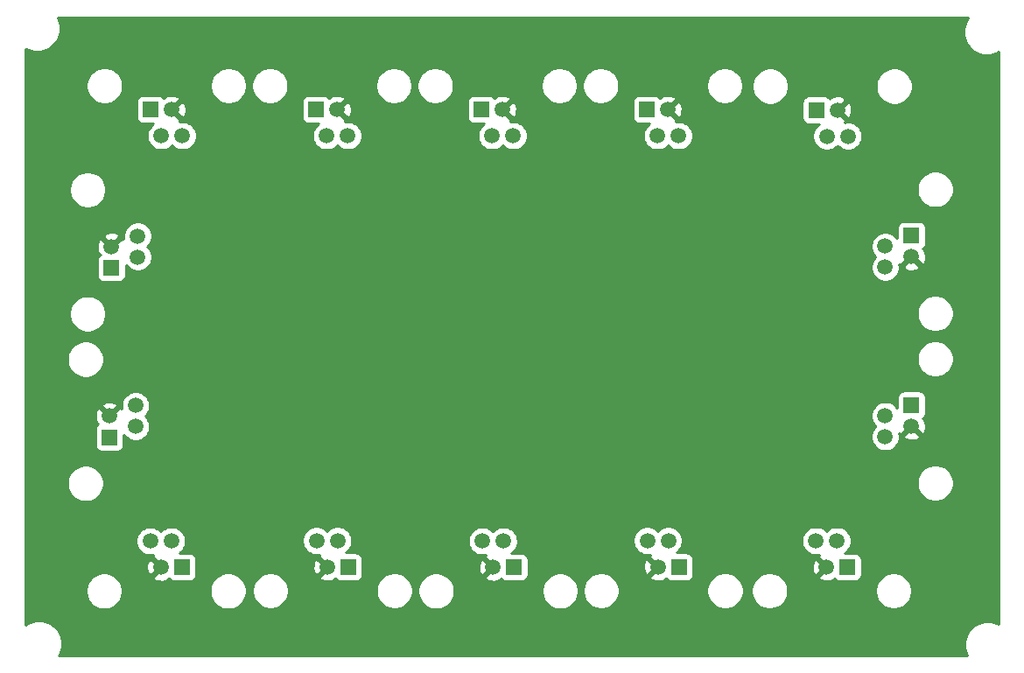
<source format=gbl>
G04 #@! TF.GenerationSoftware,KiCad,Pcbnew,5.1.10-88a1d61d58~90~ubuntu20.04.1*
G04 #@! TF.CreationDate,2021-11-04T14:27:27-04:00*
G04 #@! TF.ProjectId,OMC_CONNECTION_BOARD,4f4d435f-434f-44e4-9e45-4354494f4e5f,rev?*
G04 #@! TF.SameCoordinates,Original*
G04 #@! TF.FileFunction,Copper,L2,Bot*
G04 #@! TF.FilePolarity,Positive*
%FSLAX46Y46*%
G04 Gerber Fmt 4.6, Leading zero omitted, Abs format (unit mm)*
G04 Created by KiCad (PCBNEW 5.1.10-88a1d61d58~90~ubuntu20.04.1) date 2021-11-04 14:27:27*
%MOMM*%
%LPD*%
G01*
G04 APERTURE LIST*
G04 #@! TA.AperFunction,ComponentPad*
%ADD10C,1.500000*%
G04 #@! TD*
G04 #@! TA.AperFunction,ComponentPad*
%ADD11R,1.500000X1.500000*%
G04 #@! TD*
G04 #@! TA.AperFunction,Conductor*
%ADD12C,0.254000*%
G04 #@! TD*
G04 #@! TA.AperFunction,Conductor*
%ADD13C,0.100000*%
G04 #@! TD*
G04 APERTURE END LIST*
D10*
X154860000Y-56540000D03*
X153840000Y-54000000D03*
X152820000Y-56540000D03*
D11*
X151800000Y-54000000D03*
D10*
X206860000Y-85660000D03*
X209400000Y-84640000D03*
X206860000Y-83620000D03*
D11*
X209400000Y-82600000D03*
X138820000Y-98280000D03*
D10*
X137800000Y-95740000D03*
X136780000Y-98280000D03*
X135760000Y-95740000D03*
D11*
X200200000Y-54050000D03*
D10*
X201220000Y-56590000D03*
X202240000Y-54050000D03*
X203260000Y-56590000D03*
X186860000Y-56540000D03*
X185840000Y-54000000D03*
X184820000Y-56540000D03*
D11*
X183800000Y-54000000D03*
X167800000Y-54000000D03*
D10*
X168820000Y-56540000D03*
X169840000Y-54000000D03*
X170860000Y-56540000D03*
D11*
X135800000Y-54000000D03*
D10*
X136820000Y-56540000D03*
X137840000Y-54000000D03*
X138860000Y-56540000D03*
X134540000Y-66240000D03*
X132000000Y-67260000D03*
X134540000Y-68280000D03*
D11*
X132000000Y-69300000D03*
D10*
X134340000Y-82640000D03*
X131800000Y-83660000D03*
X134340000Y-84680000D03*
D11*
X131800000Y-85700000D03*
D10*
X151850000Y-95720000D03*
X152870000Y-98260000D03*
X153890000Y-95720000D03*
D11*
X154910000Y-98260000D03*
X170940000Y-98280000D03*
D10*
X169920000Y-95740000D03*
X168900000Y-98280000D03*
X167880000Y-95740000D03*
X183840000Y-95720000D03*
X184860000Y-98260000D03*
X185880000Y-95720000D03*
D11*
X186900000Y-98260000D03*
X203200000Y-98270000D03*
D10*
X202180000Y-95730000D03*
X201160000Y-98270000D03*
X200140000Y-95730000D03*
D11*
X209400000Y-66200000D03*
D10*
X206860000Y-67220000D03*
X209400000Y-68240000D03*
X206860000Y-69260000D03*
D12*
X214669369Y-45441331D02*
X214500890Y-45848075D01*
X214415000Y-46279872D01*
X214415000Y-46720128D01*
X214500890Y-47151925D01*
X214669369Y-47558669D01*
X214913962Y-47924729D01*
X215225271Y-48236038D01*
X215591331Y-48480631D01*
X215998075Y-48649110D01*
X216429872Y-48735000D01*
X216870128Y-48735000D01*
X217301925Y-48649110D01*
X217708669Y-48480631D01*
X217840000Y-48392879D01*
X217840001Y-103790304D01*
X217808669Y-103769369D01*
X217401925Y-103600890D01*
X216970128Y-103515000D01*
X216529872Y-103515000D01*
X216098075Y-103600890D01*
X215691331Y-103769369D01*
X215325271Y-104013962D01*
X215013962Y-104325271D01*
X214769369Y-104691331D01*
X214600890Y-105098075D01*
X214515000Y-105529872D01*
X214515000Y-105970128D01*
X214600890Y-106401925D01*
X214769369Y-106808669D01*
X214790304Y-106840000D01*
X126892879Y-106840000D01*
X126980631Y-106708669D01*
X127149110Y-106301925D01*
X127235000Y-105870128D01*
X127235000Y-105429872D01*
X127149110Y-104998075D01*
X126980631Y-104591331D01*
X126736038Y-104225271D01*
X126424729Y-103913962D01*
X126058669Y-103669369D01*
X125651925Y-103500890D01*
X125220128Y-103415000D01*
X124779872Y-103415000D01*
X124348075Y-103500890D01*
X123941331Y-103669369D01*
X123710000Y-103823939D01*
X123710000Y-100404193D01*
X129505000Y-100404193D01*
X129505000Y-100755807D01*
X129573596Y-101100665D01*
X129708153Y-101425515D01*
X129903500Y-101717871D01*
X130152129Y-101966500D01*
X130444485Y-102161847D01*
X130769335Y-102296404D01*
X131114193Y-102365000D01*
X131465807Y-102365000D01*
X131810665Y-102296404D01*
X132135515Y-102161847D01*
X132427871Y-101966500D01*
X132676500Y-101717871D01*
X132871847Y-101425515D01*
X133006404Y-101100665D01*
X133075000Y-100755807D01*
X133075000Y-100404193D01*
X141505000Y-100404193D01*
X141505000Y-100755807D01*
X141573596Y-101100665D01*
X141708153Y-101425515D01*
X141903500Y-101717871D01*
X142152129Y-101966500D01*
X142444485Y-102161847D01*
X142769335Y-102296404D01*
X143114193Y-102365000D01*
X143465807Y-102365000D01*
X143810665Y-102296404D01*
X144135515Y-102161847D01*
X144427871Y-101966500D01*
X144676500Y-101717871D01*
X144871847Y-101425515D01*
X145006404Y-101100665D01*
X145075000Y-100755807D01*
X145075000Y-100404193D01*
X145071022Y-100384193D01*
X145595000Y-100384193D01*
X145595000Y-100735807D01*
X145663596Y-101080665D01*
X145798153Y-101405515D01*
X145993500Y-101697871D01*
X146242129Y-101946500D01*
X146534485Y-102141847D01*
X146859335Y-102276404D01*
X147204193Y-102345000D01*
X147555807Y-102345000D01*
X147900665Y-102276404D01*
X148225515Y-102141847D01*
X148517871Y-101946500D01*
X148766500Y-101697871D01*
X148961847Y-101405515D01*
X149096404Y-101080665D01*
X149165000Y-100735807D01*
X149165000Y-100384193D01*
X157595000Y-100384193D01*
X157595000Y-100735807D01*
X157663596Y-101080665D01*
X157798153Y-101405515D01*
X157993500Y-101697871D01*
X158242129Y-101946500D01*
X158534485Y-102141847D01*
X158859335Y-102276404D01*
X159204193Y-102345000D01*
X159555807Y-102345000D01*
X159900665Y-102276404D01*
X160225515Y-102141847D01*
X160517871Y-101946500D01*
X160766500Y-101697871D01*
X160961847Y-101405515D01*
X161096404Y-101080665D01*
X161165000Y-100735807D01*
X161165000Y-100404193D01*
X161625000Y-100404193D01*
X161625000Y-100755807D01*
X161693596Y-101100665D01*
X161828153Y-101425515D01*
X162023500Y-101717871D01*
X162272129Y-101966500D01*
X162564485Y-102161847D01*
X162889335Y-102296404D01*
X163234193Y-102365000D01*
X163585807Y-102365000D01*
X163930665Y-102296404D01*
X164255515Y-102161847D01*
X164547871Y-101966500D01*
X164796500Y-101717871D01*
X164991847Y-101425515D01*
X165126404Y-101100665D01*
X165195000Y-100755807D01*
X165195000Y-100404193D01*
X173625000Y-100404193D01*
X173625000Y-100755807D01*
X173693596Y-101100665D01*
X173828153Y-101425515D01*
X174023500Y-101717871D01*
X174272129Y-101966500D01*
X174564485Y-102161847D01*
X174889335Y-102296404D01*
X175234193Y-102365000D01*
X175585807Y-102365000D01*
X175930665Y-102296404D01*
X176255515Y-102161847D01*
X176547871Y-101966500D01*
X176796500Y-101717871D01*
X176991847Y-101425515D01*
X177126404Y-101100665D01*
X177195000Y-100755807D01*
X177195000Y-100404193D01*
X177191022Y-100384193D01*
X177585000Y-100384193D01*
X177585000Y-100735807D01*
X177653596Y-101080665D01*
X177788153Y-101405515D01*
X177983500Y-101697871D01*
X178232129Y-101946500D01*
X178524485Y-102141847D01*
X178849335Y-102276404D01*
X179194193Y-102345000D01*
X179545807Y-102345000D01*
X179890665Y-102276404D01*
X180215515Y-102141847D01*
X180507871Y-101946500D01*
X180756500Y-101697871D01*
X180951847Y-101405515D01*
X181086404Y-101080665D01*
X181155000Y-100735807D01*
X181155000Y-100384193D01*
X189585000Y-100384193D01*
X189585000Y-100735807D01*
X189653596Y-101080665D01*
X189788153Y-101405515D01*
X189983500Y-101697871D01*
X190232129Y-101946500D01*
X190524485Y-102141847D01*
X190849335Y-102276404D01*
X191194193Y-102345000D01*
X191545807Y-102345000D01*
X191890665Y-102276404D01*
X192215515Y-102141847D01*
X192507871Y-101946500D01*
X192756500Y-101697871D01*
X192951847Y-101405515D01*
X193086404Y-101080665D01*
X193155000Y-100735807D01*
X193155000Y-100394193D01*
X193885000Y-100394193D01*
X193885000Y-100745807D01*
X193953596Y-101090665D01*
X194088153Y-101415515D01*
X194283500Y-101707871D01*
X194532129Y-101956500D01*
X194824485Y-102151847D01*
X195149335Y-102286404D01*
X195494193Y-102355000D01*
X195845807Y-102355000D01*
X196190665Y-102286404D01*
X196515515Y-102151847D01*
X196807871Y-101956500D01*
X197056500Y-101707871D01*
X197251847Y-101415515D01*
X197386404Y-101090665D01*
X197455000Y-100745807D01*
X197455000Y-100394193D01*
X205885000Y-100394193D01*
X205885000Y-100745807D01*
X205953596Y-101090665D01*
X206088153Y-101415515D01*
X206283500Y-101707871D01*
X206532129Y-101956500D01*
X206824485Y-102151847D01*
X207149335Y-102286404D01*
X207494193Y-102355000D01*
X207845807Y-102355000D01*
X208190665Y-102286404D01*
X208515515Y-102151847D01*
X208807871Y-101956500D01*
X209056500Y-101707871D01*
X209251847Y-101415515D01*
X209386404Y-101090665D01*
X209455000Y-100745807D01*
X209455000Y-100394193D01*
X209386404Y-100049335D01*
X209251847Y-99724485D01*
X209056500Y-99432129D01*
X208807871Y-99183500D01*
X208515515Y-98988153D01*
X208190665Y-98853596D01*
X207845807Y-98785000D01*
X207494193Y-98785000D01*
X207149335Y-98853596D01*
X206824485Y-98988153D01*
X206532129Y-99183500D01*
X206283500Y-99432129D01*
X206088153Y-99724485D01*
X205953596Y-100049335D01*
X205885000Y-100394193D01*
X197455000Y-100394193D01*
X197386404Y-100049335D01*
X197251847Y-99724485D01*
X197056500Y-99432129D01*
X196807871Y-99183500D01*
X196515515Y-98988153D01*
X196190665Y-98853596D01*
X195845807Y-98785000D01*
X195494193Y-98785000D01*
X195149335Y-98853596D01*
X194824485Y-98988153D01*
X194532129Y-99183500D01*
X194283500Y-99432129D01*
X194088153Y-99724485D01*
X193953596Y-100049335D01*
X193885000Y-100394193D01*
X193155000Y-100394193D01*
X193155000Y-100384193D01*
X193086404Y-100039335D01*
X192951847Y-99714485D01*
X192756500Y-99422129D01*
X192507871Y-99173500D01*
X192215515Y-98978153D01*
X191890665Y-98843596D01*
X191545807Y-98775000D01*
X191194193Y-98775000D01*
X190849335Y-98843596D01*
X190524485Y-98978153D01*
X190232129Y-99173500D01*
X189983500Y-99422129D01*
X189788153Y-99714485D01*
X189653596Y-100039335D01*
X189585000Y-100384193D01*
X181155000Y-100384193D01*
X181086404Y-100039335D01*
X180951847Y-99714485D01*
X180756500Y-99422129D01*
X180507871Y-99173500D01*
X180215515Y-98978153D01*
X179890665Y-98843596D01*
X179545807Y-98775000D01*
X179194193Y-98775000D01*
X178849335Y-98843596D01*
X178524485Y-98978153D01*
X178232129Y-99173500D01*
X177983500Y-99422129D01*
X177788153Y-99714485D01*
X177653596Y-100039335D01*
X177585000Y-100384193D01*
X177191022Y-100384193D01*
X177126404Y-100059335D01*
X176991847Y-99734485D01*
X176796500Y-99442129D01*
X176547871Y-99193500D01*
X176255515Y-98998153D01*
X175930665Y-98863596D01*
X175585807Y-98795000D01*
X175234193Y-98795000D01*
X174889335Y-98863596D01*
X174564485Y-98998153D01*
X174272129Y-99193500D01*
X174023500Y-99442129D01*
X173828153Y-99734485D01*
X173693596Y-100059335D01*
X173625000Y-100404193D01*
X165195000Y-100404193D01*
X165126404Y-100059335D01*
X164991847Y-99734485D01*
X164796500Y-99442129D01*
X164547871Y-99193500D01*
X164255515Y-98998153D01*
X163930665Y-98863596D01*
X163585807Y-98795000D01*
X163234193Y-98795000D01*
X162889335Y-98863596D01*
X162564485Y-98998153D01*
X162272129Y-99193500D01*
X162023500Y-99442129D01*
X161828153Y-99734485D01*
X161693596Y-100059335D01*
X161625000Y-100404193D01*
X161165000Y-100404193D01*
X161165000Y-100384193D01*
X161096404Y-100039335D01*
X160961847Y-99714485D01*
X160766500Y-99422129D01*
X160517871Y-99173500D01*
X160225515Y-98978153D01*
X159900665Y-98843596D01*
X159555807Y-98775000D01*
X159204193Y-98775000D01*
X158859335Y-98843596D01*
X158534485Y-98978153D01*
X158242129Y-99173500D01*
X157993500Y-99422129D01*
X157798153Y-99714485D01*
X157663596Y-100039335D01*
X157595000Y-100384193D01*
X149165000Y-100384193D01*
X149096404Y-100039335D01*
X148961847Y-99714485D01*
X148766500Y-99422129D01*
X148517871Y-99173500D01*
X148225515Y-98978153D01*
X147900665Y-98843596D01*
X147555807Y-98775000D01*
X147204193Y-98775000D01*
X146859335Y-98843596D01*
X146534485Y-98978153D01*
X146242129Y-99173500D01*
X145993500Y-99422129D01*
X145798153Y-99714485D01*
X145663596Y-100039335D01*
X145595000Y-100384193D01*
X145071022Y-100384193D01*
X145006404Y-100059335D01*
X144871847Y-99734485D01*
X144676500Y-99442129D01*
X144427871Y-99193500D01*
X144135515Y-98998153D01*
X143810665Y-98863596D01*
X143465807Y-98795000D01*
X143114193Y-98795000D01*
X142769335Y-98863596D01*
X142444485Y-98998153D01*
X142152129Y-99193500D01*
X141903500Y-99442129D01*
X141708153Y-99734485D01*
X141573596Y-100059335D01*
X141505000Y-100404193D01*
X133075000Y-100404193D01*
X133006404Y-100059335D01*
X132871847Y-99734485D01*
X132676500Y-99442129D01*
X132427871Y-99193500D01*
X132135515Y-98998153D01*
X131810665Y-98863596D01*
X131465807Y-98795000D01*
X131114193Y-98795000D01*
X130769335Y-98863596D01*
X130444485Y-98998153D01*
X130152129Y-99193500D01*
X129903500Y-99442129D01*
X129708153Y-99734485D01*
X129573596Y-100059335D01*
X129505000Y-100404193D01*
X123710000Y-100404193D01*
X123710000Y-98352492D01*
X135390188Y-98352492D01*
X135431035Y-98622238D01*
X135523723Y-98878832D01*
X135584140Y-98991863D01*
X135823007Y-99057388D01*
X136600395Y-98280000D01*
X135823007Y-97502612D01*
X135584140Y-97568137D01*
X135468240Y-97815116D01*
X135402750Y-98079960D01*
X135390188Y-98352492D01*
X123710000Y-98352492D01*
X123710000Y-95603589D01*
X134375000Y-95603589D01*
X134375000Y-95876411D01*
X134428225Y-96143989D01*
X134532629Y-96396043D01*
X134684201Y-96622886D01*
X134877114Y-96815799D01*
X135103957Y-96967371D01*
X135356011Y-97071775D01*
X135623589Y-97125000D01*
X135896411Y-97125000D01*
X136066193Y-97091228D01*
X136002612Y-97323007D01*
X136780000Y-98100395D01*
X136794143Y-98086253D01*
X136973748Y-98265858D01*
X136959605Y-98280000D01*
X136973748Y-98294143D01*
X136794143Y-98473748D01*
X136780000Y-98459605D01*
X136002612Y-99236993D01*
X136068137Y-99475860D01*
X136315116Y-99591760D01*
X136579960Y-99657250D01*
X136852492Y-99669812D01*
X137122238Y-99628965D01*
X137378832Y-99536277D01*
X137491863Y-99475860D01*
X137524569Y-99356631D01*
X137539463Y-99384494D01*
X137618815Y-99481185D01*
X137715506Y-99560537D01*
X137825820Y-99619502D01*
X137945518Y-99655812D01*
X138070000Y-99668072D01*
X139570000Y-99668072D01*
X139694482Y-99655812D01*
X139814180Y-99619502D01*
X139924494Y-99560537D01*
X140021185Y-99481185D01*
X140100537Y-99384494D01*
X140159502Y-99274180D01*
X140195812Y-99154482D01*
X140208072Y-99030000D01*
X140208072Y-98332492D01*
X151480188Y-98332492D01*
X151521035Y-98602238D01*
X151613723Y-98858832D01*
X151674140Y-98971863D01*
X151913007Y-99037388D01*
X152690395Y-98260000D01*
X151913007Y-97482612D01*
X151674140Y-97548137D01*
X151558240Y-97795116D01*
X151492750Y-98059960D01*
X151480188Y-98332492D01*
X140208072Y-98332492D01*
X140208072Y-97530000D01*
X140195812Y-97405518D01*
X140159502Y-97285820D01*
X140100537Y-97175506D01*
X140021185Y-97078815D01*
X139924494Y-96999463D01*
X139814180Y-96940498D01*
X139694482Y-96904188D01*
X139570000Y-96891928D01*
X138568951Y-96891928D01*
X138682886Y-96815799D01*
X138875799Y-96622886D01*
X139027371Y-96396043D01*
X139131775Y-96143989D01*
X139185000Y-95876411D01*
X139185000Y-95603589D01*
X139181022Y-95583589D01*
X150465000Y-95583589D01*
X150465000Y-95856411D01*
X150518225Y-96123989D01*
X150622629Y-96376043D01*
X150774201Y-96602886D01*
X150967114Y-96795799D01*
X151193957Y-96947371D01*
X151446011Y-97051775D01*
X151713589Y-97105000D01*
X151986411Y-97105000D01*
X152156193Y-97071228D01*
X152092612Y-97303007D01*
X152870000Y-98080395D01*
X152884143Y-98066253D01*
X153063748Y-98245858D01*
X153049605Y-98260000D01*
X153063748Y-98274143D01*
X152884143Y-98453748D01*
X152870000Y-98439605D01*
X152092612Y-99216993D01*
X152158137Y-99455860D01*
X152405116Y-99571760D01*
X152669960Y-99637250D01*
X152942492Y-99649812D01*
X153212238Y-99608965D01*
X153468832Y-99516277D01*
X153581863Y-99455860D01*
X153614569Y-99336631D01*
X153629463Y-99364494D01*
X153708815Y-99461185D01*
X153805506Y-99540537D01*
X153915820Y-99599502D01*
X154035518Y-99635812D01*
X154160000Y-99648072D01*
X155660000Y-99648072D01*
X155784482Y-99635812D01*
X155904180Y-99599502D01*
X156014494Y-99540537D01*
X156111185Y-99461185D01*
X156190537Y-99364494D01*
X156249502Y-99254180D01*
X156285812Y-99134482D01*
X156298072Y-99010000D01*
X156298072Y-98352492D01*
X167510188Y-98352492D01*
X167551035Y-98622238D01*
X167643723Y-98878832D01*
X167704140Y-98991863D01*
X167943007Y-99057388D01*
X168720395Y-98280000D01*
X167943007Y-97502612D01*
X167704140Y-97568137D01*
X167588240Y-97815116D01*
X167522750Y-98079960D01*
X167510188Y-98352492D01*
X156298072Y-98352492D01*
X156298072Y-97510000D01*
X156285812Y-97385518D01*
X156249502Y-97265820D01*
X156190537Y-97155506D01*
X156111185Y-97058815D01*
X156014494Y-96979463D01*
X155904180Y-96920498D01*
X155784482Y-96884188D01*
X155660000Y-96871928D01*
X154658951Y-96871928D01*
X154772886Y-96795799D01*
X154965799Y-96602886D01*
X155117371Y-96376043D01*
X155221775Y-96123989D01*
X155275000Y-95856411D01*
X155275000Y-95603589D01*
X166495000Y-95603589D01*
X166495000Y-95876411D01*
X166548225Y-96143989D01*
X166652629Y-96396043D01*
X166804201Y-96622886D01*
X166997114Y-96815799D01*
X167223957Y-96967371D01*
X167476011Y-97071775D01*
X167743589Y-97125000D01*
X168016411Y-97125000D01*
X168186193Y-97091228D01*
X168122612Y-97323007D01*
X168900000Y-98100395D01*
X168914143Y-98086253D01*
X169093748Y-98265858D01*
X169079605Y-98280000D01*
X169093748Y-98294143D01*
X168914143Y-98473748D01*
X168900000Y-98459605D01*
X168122612Y-99236993D01*
X168188137Y-99475860D01*
X168435116Y-99591760D01*
X168699960Y-99657250D01*
X168972492Y-99669812D01*
X169242238Y-99628965D01*
X169498832Y-99536277D01*
X169611863Y-99475860D01*
X169644569Y-99356631D01*
X169659463Y-99384494D01*
X169738815Y-99481185D01*
X169835506Y-99560537D01*
X169945820Y-99619502D01*
X170065518Y-99655812D01*
X170190000Y-99668072D01*
X171690000Y-99668072D01*
X171814482Y-99655812D01*
X171934180Y-99619502D01*
X172044494Y-99560537D01*
X172141185Y-99481185D01*
X172220537Y-99384494D01*
X172279502Y-99274180D01*
X172315812Y-99154482D01*
X172328072Y-99030000D01*
X172328072Y-98332492D01*
X183470188Y-98332492D01*
X183511035Y-98602238D01*
X183603723Y-98858832D01*
X183664140Y-98971863D01*
X183903007Y-99037388D01*
X184680395Y-98260000D01*
X183903007Y-97482612D01*
X183664140Y-97548137D01*
X183548240Y-97795116D01*
X183482750Y-98059960D01*
X183470188Y-98332492D01*
X172328072Y-98332492D01*
X172328072Y-97530000D01*
X172315812Y-97405518D01*
X172279502Y-97285820D01*
X172220537Y-97175506D01*
X172141185Y-97078815D01*
X172044494Y-96999463D01*
X171934180Y-96940498D01*
X171814482Y-96904188D01*
X171690000Y-96891928D01*
X170688951Y-96891928D01*
X170802886Y-96815799D01*
X170995799Y-96622886D01*
X171147371Y-96396043D01*
X171251775Y-96143989D01*
X171305000Y-95876411D01*
X171305000Y-95603589D01*
X171301022Y-95583589D01*
X182455000Y-95583589D01*
X182455000Y-95856411D01*
X182508225Y-96123989D01*
X182612629Y-96376043D01*
X182764201Y-96602886D01*
X182957114Y-96795799D01*
X183183957Y-96947371D01*
X183436011Y-97051775D01*
X183703589Y-97105000D01*
X183976411Y-97105000D01*
X184146193Y-97071228D01*
X184082612Y-97303007D01*
X184860000Y-98080395D01*
X184874143Y-98066253D01*
X185053748Y-98245858D01*
X185039605Y-98260000D01*
X185053748Y-98274143D01*
X184874143Y-98453748D01*
X184860000Y-98439605D01*
X184082612Y-99216993D01*
X184148137Y-99455860D01*
X184395116Y-99571760D01*
X184659960Y-99637250D01*
X184932492Y-99649812D01*
X185202238Y-99608965D01*
X185458832Y-99516277D01*
X185571863Y-99455860D01*
X185604569Y-99336631D01*
X185619463Y-99364494D01*
X185698815Y-99461185D01*
X185795506Y-99540537D01*
X185905820Y-99599502D01*
X186025518Y-99635812D01*
X186150000Y-99648072D01*
X187650000Y-99648072D01*
X187774482Y-99635812D01*
X187894180Y-99599502D01*
X188004494Y-99540537D01*
X188101185Y-99461185D01*
X188180537Y-99364494D01*
X188239502Y-99254180D01*
X188275812Y-99134482D01*
X188288072Y-99010000D01*
X188288072Y-98342492D01*
X199770188Y-98342492D01*
X199811035Y-98612238D01*
X199903723Y-98868832D01*
X199964140Y-98981863D01*
X200203007Y-99047388D01*
X200980395Y-98270000D01*
X200203007Y-97492612D01*
X199964140Y-97558137D01*
X199848240Y-97805116D01*
X199782750Y-98069960D01*
X199770188Y-98342492D01*
X188288072Y-98342492D01*
X188288072Y-97510000D01*
X188275812Y-97385518D01*
X188239502Y-97265820D01*
X188180537Y-97155506D01*
X188101185Y-97058815D01*
X188004494Y-96979463D01*
X187894180Y-96920498D01*
X187774482Y-96884188D01*
X187650000Y-96871928D01*
X186648951Y-96871928D01*
X186762886Y-96795799D01*
X186955799Y-96602886D01*
X187107371Y-96376043D01*
X187211775Y-96123989D01*
X187265000Y-95856411D01*
X187265000Y-95593589D01*
X198755000Y-95593589D01*
X198755000Y-95866411D01*
X198808225Y-96133989D01*
X198912629Y-96386043D01*
X199064201Y-96612886D01*
X199257114Y-96805799D01*
X199483957Y-96957371D01*
X199736011Y-97061775D01*
X200003589Y-97115000D01*
X200276411Y-97115000D01*
X200446193Y-97081228D01*
X200382612Y-97313007D01*
X201160000Y-98090395D01*
X201174143Y-98076253D01*
X201353748Y-98255858D01*
X201339605Y-98270000D01*
X201353748Y-98284143D01*
X201174143Y-98463748D01*
X201160000Y-98449605D01*
X200382612Y-99226993D01*
X200448137Y-99465860D01*
X200695116Y-99581760D01*
X200959960Y-99647250D01*
X201232492Y-99659812D01*
X201502238Y-99618965D01*
X201758832Y-99526277D01*
X201871863Y-99465860D01*
X201904569Y-99346631D01*
X201919463Y-99374494D01*
X201998815Y-99471185D01*
X202095506Y-99550537D01*
X202205820Y-99609502D01*
X202325518Y-99645812D01*
X202450000Y-99658072D01*
X203950000Y-99658072D01*
X204074482Y-99645812D01*
X204194180Y-99609502D01*
X204304494Y-99550537D01*
X204401185Y-99471185D01*
X204480537Y-99374494D01*
X204539502Y-99264180D01*
X204575812Y-99144482D01*
X204588072Y-99020000D01*
X204588072Y-97520000D01*
X204575812Y-97395518D01*
X204539502Y-97275820D01*
X204480537Y-97165506D01*
X204401185Y-97068815D01*
X204304494Y-96989463D01*
X204194180Y-96930498D01*
X204074482Y-96894188D01*
X203950000Y-96881928D01*
X202948951Y-96881928D01*
X203062886Y-96805799D01*
X203255799Y-96612886D01*
X203407371Y-96386043D01*
X203511775Y-96133989D01*
X203565000Y-95866411D01*
X203565000Y-95593589D01*
X203511775Y-95326011D01*
X203407371Y-95073957D01*
X203255799Y-94847114D01*
X203062886Y-94654201D01*
X202836043Y-94502629D01*
X202583989Y-94398225D01*
X202316411Y-94345000D01*
X202043589Y-94345000D01*
X201776011Y-94398225D01*
X201523957Y-94502629D01*
X201297114Y-94654201D01*
X201160000Y-94791315D01*
X201022886Y-94654201D01*
X200796043Y-94502629D01*
X200543989Y-94398225D01*
X200276411Y-94345000D01*
X200003589Y-94345000D01*
X199736011Y-94398225D01*
X199483957Y-94502629D01*
X199257114Y-94654201D01*
X199064201Y-94847114D01*
X198912629Y-95073957D01*
X198808225Y-95326011D01*
X198755000Y-95593589D01*
X187265000Y-95593589D01*
X187265000Y-95583589D01*
X187211775Y-95316011D01*
X187107371Y-95063957D01*
X186955799Y-94837114D01*
X186762886Y-94644201D01*
X186536043Y-94492629D01*
X186283989Y-94388225D01*
X186016411Y-94335000D01*
X185743589Y-94335000D01*
X185476011Y-94388225D01*
X185223957Y-94492629D01*
X184997114Y-94644201D01*
X184860000Y-94781315D01*
X184722886Y-94644201D01*
X184496043Y-94492629D01*
X184243989Y-94388225D01*
X183976411Y-94335000D01*
X183703589Y-94335000D01*
X183436011Y-94388225D01*
X183183957Y-94492629D01*
X182957114Y-94644201D01*
X182764201Y-94837114D01*
X182612629Y-95063957D01*
X182508225Y-95316011D01*
X182455000Y-95583589D01*
X171301022Y-95583589D01*
X171251775Y-95336011D01*
X171147371Y-95083957D01*
X170995799Y-94857114D01*
X170802886Y-94664201D01*
X170576043Y-94512629D01*
X170323989Y-94408225D01*
X170056411Y-94355000D01*
X169783589Y-94355000D01*
X169516011Y-94408225D01*
X169263957Y-94512629D01*
X169037114Y-94664201D01*
X168900000Y-94801315D01*
X168762886Y-94664201D01*
X168536043Y-94512629D01*
X168283989Y-94408225D01*
X168016411Y-94355000D01*
X167743589Y-94355000D01*
X167476011Y-94408225D01*
X167223957Y-94512629D01*
X166997114Y-94664201D01*
X166804201Y-94857114D01*
X166652629Y-95083957D01*
X166548225Y-95336011D01*
X166495000Y-95603589D01*
X155275000Y-95603589D01*
X155275000Y-95583589D01*
X155221775Y-95316011D01*
X155117371Y-95063957D01*
X154965799Y-94837114D01*
X154772886Y-94644201D01*
X154546043Y-94492629D01*
X154293989Y-94388225D01*
X154026411Y-94335000D01*
X153753589Y-94335000D01*
X153486011Y-94388225D01*
X153233957Y-94492629D01*
X153007114Y-94644201D01*
X152870000Y-94781315D01*
X152732886Y-94644201D01*
X152506043Y-94492629D01*
X152253989Y-94388225D01*
X151986411Y-94335000D01*
X151713589Y-94335000D01*
X151446011Y-94388225D01*
X151193957Y-94492629D01*
X150967114Y-94644201D01*
X150774201Y-94837114D01*
X150622629Y-95063957D01*
X150518225Y-95316011D01*
X150465000Y-95583589D01*
X139181022Y-95583589D01*
X139131775Y-95336011D01*
X139027371Y-95083957D01*
X138875799Y-94857114D01*
X138682886Y-94664201D01*
X138456043Y-94512629D01*
X138203989Y-94408225D01*
X137936411Y-94355000D01*
X137663589Y-94355000D01*
X137396011Y-94408225D01*
X137143957Y-94512629D01*
X136917114Y-94664201D01*
X136780000Y-94801315D01*
X136642886Y-94664201D01*
X136416043Y-94512629D01*
X136163989Y-94408225D01*
X135896411Y-94355000D01*
X135623589Y-94355000D01*
X135356011Y-94408225D01*
X135103957Y-94512629D01*
X134877114Y-94664201D01*
X134684201Y-94857114D01*
X134532629Y-95083957D01*
X134428225Y-95336011D01*
X134375000Y-95603589D01*
X123710000Y-95603589D01*
X123710000Y-89994193D01*
X127715000Y-89994193D01*
X127715000Y-90345807D01*
X127783596Y-90690665D01*
X127918153Y-91015515D01*
X128113500Y-91307871D01*
X128362129Y-91556500D01*
X128654485Y-91751847D01*
X128979335Y-91886404D01*
X129324193Y-91955000D01*
X129675807Y-91955000D01*
X130020665Y-91886404D01*
X130345515Y-91751847D01*
X130637871Y-91556500D01*
X130886500Y-91307871D01*
X131081847Y-91015515D01*
X131216404Y-90690665D01*
X131285000Y-90345807D01*
X131285000Y-89994193D01*
X131277044Y-89954193D01*
X209915000Y-89954193D01*
X209915000Y-90305807D01*
X209983596Y-90650665D01*
X210118153Y-90975515D01*
X210313500Y-91267871D01*
X210562129Y-91516500D01*
X210854485Y-91711847D01*
X211179335Y-91846404D01*
X211524193Y-91915000D01*
X211875807Y-91915000D01*
X212220665Y-91846404D01*
X212545515Y-91711847D01*
X212837871Y-91516500D01*
X213086500Y-91267871D01*
X213281847Y-90975515D01*
X213416404Y-90650665D01*
X213485000Y-90305807D01*
X213485000Y-89954193D01*
X213416404Y-89609335D01*
X213281847Y-89284485D01*
X213086500Y-88992129D01*
X212837871Y-88743500D01*
X212545515Y-88548153D01*
X212220665Y-88413596D01*
X211875807Y-88345000D01*
X211524193Y-88345000D01*
X211179335Y-88413596D01*
X210854485Y-88548153D01*
X210562129Y-88743500D01*
X210313500Y-88992129D01*
X210118153Y-89284485D01*
X209983596Y-89609335D01*
X209915000Y-89954193D01*
X131277044Y-89954193D01*
X131216404Y-89649335D01*
X131081847Y-89324485D01*
X130886500Y-89032129D01*
X130637871Y-88783500D01*
X130345515Y-88588153D01*
X130020665Y-88453596D01*
X129675807Y-88385000D01*
X129324193Y-88385000D01*
X128979335Y-88453596D01*
X128654485Y-88588153D01*
X128362129Y-88783500D01*
X128113500Y-89032129D01*
X127918153Y-89324485D01*
X127783596Y-89649335D01*
X127715000Y-89994193D01*
X123710000Y-89994193D01*
X123710000Y-83732492D01*
X130410188Y-83732492D01*
X130451035Y-84002238D01*
X130543723Y-84258832D01*
X130604140Y-84371863D01*
X130723369Y-84404569D01*
X130695506Y-84419463D01*
X130598815Y-84498815D01*
X130519463Y-84595506D01*
X130460498Y-84705820D01*
X130424188Y-84825518D01*
X130411928Y-84950000D01*
X130411928Y-86450000D01*
X130424188Y-86574482D01*
X130460498Y-86694180D01*
X130519463Y-86804494D01*
X130598815Y-86901185D01*
X130695506Y-86980537D01*
X130805820Y-87039502D01*
X130925518Y-87075812D01*
X131050000Y-87088072D01*
X132550000Y-87088072D01*
X132674482Y-87075812D01*
X132794180Y-87039502D01*
X132904494Y-86980537D01*
X133001185Y-86901185D01*
X133080537Y-86804494D01*
X133139502Y-86694180D01*
X133175812Y-86574482D01*
X133188072Y-86450000D01*
X133188072Y-85448951D01*
X133264201Y-85562886D01*
X133457114Y-85755799D01*
X133683957Y-85907371D01*
X133936011Y-86011775D01*
X134203589Y-86065000D01*
X134476411Y-86065000D01*
X134743989Y-86011775D01*
X134996043Y-85907371D01*
X135222886Y-85755799D01*
X135415799Y-85562886D01*
X135567371Y-85336043D01*
X135671775Y-85083989D01*
X135725000Y-84816411D01*
X135725000Y-84543589D01*
X135671775Y-84276011D01*
X135567371Y-84023957D01*
X135415799Y-83797114D01*
X135278685Y-83660000D01*
X135415799Y-83522886D01*
X135442056Y-83483589D01*
X205475000Y-83483589D01*
X205475000Y-83756411D01*
X205528225Y-84023989D01*
X205632629Y-84276043D01*
X205784201Y-84502886D01*
X205921315Y-84640000D01*
X205784201Y-84777114D01*
X205632629Y-85003957D01*
X205528225Y-85256011D01*
X205475000Y-85523589D01*
X205475000Y-85796411D01*
X205528225Y-86063989D01*
X205632629Y-86316043D01*
X205784201Y-86542886D01*
X205977114Y-86735799D01*
X206203957Y-86887371D01*
X206456011Y-86991775D01*
X206723589Y-87045000D01*
X206996411Y-87045000D01*
X207263989Y-86991775D01*
X207516043Y-86887371D01*
X207742886Y-86735799D01*
X207935799Y-86542886D01*
X208087371Y-86316043D01*
X208191775Y-86063989D01*
X208245000Y-85796411D01*
X208245000Y-85596993D01*
X208622612Y-85596993D01*
X208688137Y-85835860D01*
X208935116Y-85951760D01*
X209199960Y-86017250D01*
X209472492Y-86029812D01*
X209742238Y-85988965D01*
X209998832Y-85896277D01*
X210111863Y-85835860D01*
X210177388Y-85596993D01*
X209400000Y-84819605D01*
X208622612Y-85596993D01*
X208245000Y-85596993D01*
X208245000Y-85523589D01*
X208211228Y-85353807D01*
X208443007Y-85417388D01*
X209220395Y-84640000D01*
X209206253Y-84625858D01*
X209385858Y-84446253D01*
X209400000Y-84460395D01*
X209414143Y-84446253D01*
X209593748Y-84625858D01*
X209579605Y-84640000D01*
X210356993Y-85417388D01*
X210595860Y-85351863D01*
X210711760Y-85104884D01*
X210777250Y-84840040D01*
X210789812Y-84567508D01*
X210748965Y-84297762D01*
X210656277Y-84041168D01*
X210595860Y-83928137D01*
X210476631Y-83895431D01*
X210504494Y-83880537D01*
X210601185Y-83801185D01*
X210680537Y-83704494D01*
X210739502Y-83594180D01*
X210775812Y-83474482D01*
X210788072Y-83350000D01*
X210788072Y-81850000D01*
X210775812Y-81725518D01*
X210739502Y-81605820D01*
X210680537Y-81495506D01*
X210601185Y-81398815D01*
X210504494Y-81319463D01*
X210394180Y-81260498D01*
X210274482Y-81224188D01*
X210150000Y-81211928D01*
X208650000Y-81211928D01*
X208525518Y-81224188D01*
X208405820Y-81260498D01*
X208295506Y-81319463D01*
X208198815Y-81398815D01*
X208119463Y-81495506D01*
X208060498Y-81605820D01*
X208024188Y-81725518D01*
X208011928Y-81850000D01*
X208011928Y-82851049D01*
X207935799Y-82737114D01*
X207742886Y-82544201D01*
X207516043Y-82392629D01*
X207263989Y-82288225D01*
X206996411Y-82235000D01*
X206723589Y-82235000D01*
X206456011Y-82288225D01*
X206203957Y-82392629D01*
X205977114Y-82544201D01*
X205784201Y-82737114D01*
X205632629Y-82963957D01*
X205528225Y-83216011D01*
X205475000Y-83483589D01*
X135442056Y-83483589D01*
X135567371Y-83296043D01*
X135671775Y-83043989D01*
X135725000Y-82776411D01*
X135725000Y-82503589D01*
X135671775Y-82236011D01*
X135567371Y-81983957D01*
X135415799Y-81757114D01*
X135222886Y-81564201D01*
X134996043Y-81412629D01*
X134743989Y-81308225D01*
X134476411Y-81255000D01*
X134203589Y-81255000D01*
X133936011Y-81308225D01*
X133683957Y-81412629D01*
X133457114Y-81564201D01*
X133264201Y-81757114D01*
X133112629Y-81983957D01*
X133008225Y-82236011D01*
X132955000Y-82503589D01*
X132955000Y-82776411D01*
X132988772Y-82946193D01*
X132756993Y-82882612D01*
X131979605Y-83660000D01*
X131993748Y-83674143D01*
X131814143Y-83853748D01*
X131800000Y-83839605D01*
X131785858Y-83853748D01*
X131606253Y-83674143D01*
X131620395Y-83660000D01*
X130843007Y-82882612D01*
X130604140Y-82948137D01*
X130488240Y-83195116D01*
X130422750Y-83459960D01*
X130410188Y-83732492D01*
X123710000Y-83732492D01*
X123710000Y-82703007D01*
X131022612Y-82703007D01*
X131800000Y-83480395D01*
X132577388Y-82703007D01*
X132511863Y-82464140D01*
X132264884Y-82348240D01*
X132000040Y-82282750D01*
X131727508Y-82270188D01*
X131457762Y-82311035D01*
X131201168Y-82403723D01*
X131088137Y-82464140D01*
X131022612Y-82703007D01*
X123710000Y-82703007D01*
X123710000Y-77994193D01*
X127715000Y-77994193D01*
X127715000Y-78345807D01*
X127783596Y-78690665D01*
X127918153Y-79015515D01*
X128113500Y-79307871D01*
X128362129Y-79556500D01*
X128654485Y-79751847D01*
X128979335Y-79886404D01*
X129324193Y-79955000D01*
X129675807Y-79955000D01*
X130020665Y-79886404D01*
X130345515Y-79751847D01*
X130637871Y-79556500D01*
X130886500Y-79307871D01*
X131081847Y-79015515D01*
X131216404Y-78690665D01*
X131285000Y-78345807D01*
X131285000Y-77994193D01*
X131277044Y-77954193D01*
X209915000Y-77954193D01*
X209915000Y-78305807D01*
X209983596Y-78650665D01*
X210118153Y-78975515D01*
X210313500Y-79267871D01*
X210562129Y-79516500D01*
X210854485Y-79711847D01*
X211179335Y-79846404D01*
X211524193Y-79915000D01*
X211875807Y-79915000D01*
X212220665Y-79846404D01*
X212545515Y-79711847D01*
X212837871Y-79516500D01*
X213086500Y-79267871D01*
X213281847Y-78975515D01*
X213416404Y-78650665D01*
X213485000Y-78305807D01*
X213485000Y-77954193D01*
X213416404Y-77609335D01*
X213281847Y-77284485D01*
X213086500Y-76992129D01*
X212837871Y-76743500D01*
X212545515Y-76548153D01*
X212220665Y-76413596D01*
X211875807Y-76345000D01*
X211524193Y-76345000D01*
X211179335Y-76413596D01*
X210854485Y-76548153D01*
X210562129Y-76743500D01*
X210313500Y-76992129D01*
X210118153Y-77284485D01*
X209983596Y-77609335D01*
X209915000Y-77954193D01*
X131277044Y-77954193D01*
X131216404Y-77649335D01*
X131081847Y-77324485D01*
X130886500Y-77032129D01*
X130637871Y-76783500D01*
X130345515Y-76588153D01*
X130020665Y-76453596D01*
X129675807Y-76385000D01*
X129324193Y-76385000D01*
X128979335Y-76453596D01*
X128654485Y-76588153D01*
X128362129Y-76783500D01*
X128113500Y-77032129D01*
X127918153Y-77324485D01*
X127783596Y-77649335D01*
X127715000Y-77994193D01*
X123710000Y-77994193D01*
X123710000Y-73594193D01*
X127915000Y-73594193D01*
X127915000Y-73945807D01*
X127983596Y-74290665D01*
X128118153Y-74615515D01*
X128313500Y-74907871D01*
X128562129Y-75156500D01*
X128854485Y-75351847D01*
X129179335Y-75486404D01*
X129524193Y-75555000D01*
X129875807Y-75555000D01*
X130220665Y-75486404D01*
X130545515Y-75351847D01*
X130837871Y-75156500D01*
X131086500Y-74907871D01*
X131281847Y-74615515D01*
X131416404Y-74290665D01*
X131485000Y-73945807D01*
X131485000Y-73594193D01*
X131477044Y-73554193D01*
X209915000Y-73554193D01*
X209915000Y-73905807D01*
X209983596Y-74250665D01*
X210118153Y-74575515D01*
X210313500Y-74867871D01*
X210562129Y-75116500D01*
X210854485Y-75311847D01*
X211179335Y-75446404D01*
X211524193Y-75515000D01*
X211875807Y-75515000D01*
X212220665Y-75446404D01*
X212545515Y-75311847D01*
X212837871Y-75116500D01*
X213086500Y-74867871D01*
X213281847Y-74575515D01*
X213416404Y-74250665D01*
X213485000Y-73905807D01*
X213485000Y-73554193D01*
X213416404Y-73209335D01*
X213281847Y-72884485D01*
X213086500Y-72592129D01*
X212837871Y-72343500D01*
X212545515Y-72148153D01*
X212220665Y-72013596D01*
X211875807Y-71945000D01*
X211524193Y-71945000D01*
X211179335Y-72013596D01*
X210854485Y-72148153D01*
X210562129Y-72343500D01*
X210313500Y-72592129D01*
X210118153Y-72884485D01*
X209983596Y-73209335D01*
X209915000Y-73554193D01*
X131477044Y-73554193D01*
X131416404Y-73249335D01*
X131281847Y-72924485D01*
X131086500Y-72632129D01*
X130837871Y-72383500D01*
X130545515Y-72188153D01*
X130220665Y-72053596D01*
X129875807Y-71985000D01*
X129524193Y-71985000D01*
X129179335Y-72053596D01*
X128854485Y-72188153D01*
X128562129Y-72383500D01*
X128313500Y-72632129D01*
X128118153Y-72924485D01*
X127983596Y-73249335D01*
X127915000Y-73594193D01*
X123710000Y-73594193D01*
X123710000Y-67332492D01*
X130610188Y-67332492D01*
X130651035Y-67602238D01*
X130743723Y-67858832D01*
X130804140Y-67971863D01*
X130923369Y-68004569D01*
X130895506Y-68019463D01*
X130798815Y-68098815D01*
X130719463Y-68195506D01*
X130660498Y-68305820D01*
X130624188Y-68425518D01*
X130611928Y-68550000D01*
X130611928Y-70050000D01*
X130624188Y-70174482D01*
X130660498Y-70294180D01*
X130719463Y-70404494D01*
X130798815Y-70501185D01*
X130895506Y-70580537D01*
X131005820Y-70639502D01*
X131125518Y-70675812D01*
X131250000Y-70688072D01*
X132750000Y-70688072D01*
X132874482Y-70675812D01*
X132994180Y-70639502D01*
X133104494Y-70580537D01*
X133201185Y-70501185D01*
X133280537Y-70404494D01*
X133339502Y-70294180D01*
X133375812Y-70174482D01*
X133388072Y-70050000D01*
X133388072Y-69048951D01*
X133464201Y-69162886D01*
X133657114Y-69355799D01*
X133883957Y-69507371D01*
X134136011Y-69611775D01*
X134403589Y-69665000D01*
X134676411Y-69665000D01*
X134943989Y-69611775D01*
X135196043Y-69507371D01*
X135422886Y-69355799D01*
X135615799Y-69162886D01*
X135767371Y-68936043D01*
X135871775Y-68683989D01*
X135925000Y-68416411D01*
X135925000Y-68143589D01*
X135871775Y-67876011D01*
X135767371Y-67623957D01*
X135615799Y-67397114D01*
X135478685Y-67260000D01*
X135615799Y-67122886D01*
X135642056Y-67083589D01*
X205475000Y-67083589D01*
X205475000Y-67356411D01*
X205528225Y-67623989D01*
X205632629Y-67876043D01*
X205784201Y-68102886D01*
X205921315Y-68240000D01*
X205784201Y-68377114D01*
X205632629Y-68603957D01*
X205528225Y-68856011D01*
X205475000Y-69123589D01*
X205475000Y-69396411D01*
X205528225Y-69663989D01*
X205632629Y-69916043D01*
X205784201Y-70142886D01*
X205977114Y-70335799D01*
X206203957Y-70487371D01*
X206456011Y-70591775D01*
X206723589Y-70645000D01*
X206996411Y-70645000D01*
X207263989Y-70591775D01*
X207516043Y-70487371D01*
X207742886Y-70335799D01*
X207935799Y-70142886D01*
X208087371Y-69916043D01*
X208191775Y-69663989D01*
X208245000Y-69396411D01*
X208245000Y-69196993D01*
X208622612Y-69196993D01*
X208688137Y-69435860D01*
X208935116Y-69551760D01*
X209199960Y-69617250D01*
X209472492Y-69629812D01*
X209742238Y-69588965D01*
X209998832Y-69496277D01*
X210111863Y-69435860D01*
X210177388Y-69196993D01*
X209400000Y-68419605D01*
X208622612Y-69196993D01*
X208245000Y-69196993D01*
X208245000Y-69123589D01*
X208211228Y-68953807D01*
X208443007Y-69017388D01*
X209220395Y-68240000D01*
X209206253Y-68225858D01*
X209385858Y-68046253D01*
X209400000Y-68060395D01*
X209414143Y-68046253D01*
X209593748Y-68225858D01*
X209579605Y-68240000D01*
X210356993Y-69017388D01*
X210595860Y-68951863D01*
X210711760Y-68704884D01*
X210777250Y-68440040D01*
X210789812Y-68167508D01*
X210748965Y-67897762D01*
X210656277Y-67641168D01*
X210595860Y-67528137D01*
X210476631Y-67495431D01*
X210504494Y-67480537D01*
X210601185Y-67401185D01*
X210680537Y-67304494D01*
X210739502Y-67194180D01*
X210775812Y-67074482D01*
X210788072Y-66950000D01*
X210788072Y-65450000D01*
X210775812Y-65325518D01*
X210739502Y-65205820D01*
X210680537Y-65095506D01*
X210601185Y-64998815D01*
X210504494Y-64919463D01*
X210394180Y-64860498D01*
X210274482Y-64824188D01*
X210150000Y-64811928D01*
X208650000Y-64811928D01*
X208525518Y-64824188D01*
X208405820Y-64860498D01*
X208295506Y-64919463D01*
X208198815Y-64998815D01*
X208119463Y-65095506D01*
X208060498Y-65205820D01*
X208024188Y-65325518D01*
X208011928Y-65450000D01*
X208011928Y-66451049D01*
X207935799Y-66337114D01*
X207742886Y-66144201D01*
X207516043Y-65992629D01*
X207263989Y-65888225D01*
X206996411Y-65835000D01*
X206723589Y-65835000D01*
X206456011Y-65888225D01*
X206203957Y-65992629D01*
X205977114Y-66144201D01*
X205784201Y-66337114D01*
X205632629Y-66563957D01*
X205528225Y-66816011D01*
X205475000Y-67083589D01*
X135642056Y-67083589D01*
X135767371Y-66896043D01*
X135871775Y-66643989D01*
X135925000Y-66376411D01*
X135925000Y-66103589D01*
X135871775Y-65836011D01*
X135767371Y-65583957D01*
X135615799Y-65357114D01*
X135422886Y-65164201D01*
X135196043Y-65012629D01*
X134943989Y-64908225D01*
X134676411Y-64855000D01*
X134403589Y-64855000D01*
X134136011Y-64908225D01*
X133883957Y-65012629D01*
X133657114Y-65164201D01*
X133464201Y-65357114D01*
X133312629Y-65583957D01*
X133208225Y-65836011D01*
X133155000Y-66103589D01*
X133155000Y-66376411D01*
X133188772Y-66546193D01*
X132956993Y-66482612D01*
X132179605Y-67260000D01*
X132193748Y-67274143D01*
X132014143Y-67453748D01*
X132000000Y-67439605D01*
X131985858Y-67453748D01*
X131806253Y-67274143D01*
X131820395Y-67260000D01*
X131043007Y-66482612D01*
X130804140Y-66548137D01*
X130688240Y-66795116D01*
X130622750Y-67059960D01*
X130610188Y-67332492D01*
X123710000Y-67332492D01*
X123710000Y-66303007D01*
X131222612Y-66303007D01*
X132000000Y-67080395D01*
X132777388Y-66303007D01*
X132711863Y-66064140D01*
X132464884Y-65948240D01*
X132200040Y-65882750D01*
X131927508Y-65870188D01*
X131657762Y-65911035D01*
X131401168Y-66003723D01*
X131288137Y-66064140D01*
X131222612Y-66303007D01*
X123710000Y-66303007D01*
X123710000Y-61594193D01*
X127915000Y-61594193D01*
X127915000Y-61945807D01*
X127983596Y-62290665D01*
X128118153Y-62615515D01*
X128313500Y-62907871D01*
X128562129Y-63156500D01*
X128854485Y-63351847D01*
X129179335Y-63486404D01*
X129524193Y-63555000D01*
X129875807Y-63555000D01*
X130220665Y-63486404D01*
X130545515Y-63351847D01*
X130837871Y-63156500D01*
X131086500Y-62907871D01*
X131281847Y-62615515D01*
X131416404Y-62290665D01*
X131485000Y-61945807D01*
X131485000Y-61594193D01*
X131477044Y-61554193D01*
X209915000Y-61554193D01*
X209915000Y-61905807D01*
X209983596Y-62250665D01*
X210118153Y-62575515D01*
X210313500Y-62867871D01*
X210562129Y-63116500D01*
X210854485Y-63311847D01*
X211179335Y-63446404D01*
X211524193Y-63515000D01*
X211875807Y-63515000D01*
X212220665Y-63446404D01*
X212545515Y-63311847D01*
X212837871Y-63116500D01*
X213086500Y-62867871D01*
X213281847Y-62575515D01*
X213416404Y-62250665D01*
X213485000Y-61905807D01*
X213485000Y-61554193D01*
X213416404Y-61209335D01*
X213281847Y-60884485D01*
X213086500Y-60592129D01*
X212837871Y-60343500D01*
X212545515Y-60148153D01*
X212220665Y-60013596D01*
X211875807Y-59945000D01*
X211524193Y-59945000D01*
X211179335Y-60013596D01*
X210854485Y-60148153D01*
X210562129Y-60343500D01*
X210313500Y-60592129D01*
X210118153Y-60884485D01*
X209983596Y-61209335D01*
X209915000Y-61554193D01*
X131477044Y-61554193D01*
X131416404Y-61249335D01*
X131281847Y-60924485D01*
X131086500Y-60632129D01*
X130837871Y-60383500D01*
X130545515Y-60188153D01*
X130220665Y-60053596D01*
X129875807Y-59985000D01*
X129524193Y-59985000D01*
X129179335Y-60053596D01*
X128854485Y-60188153D01*
X128562129Y-60383500D01*
X128313500Y-60632129D01*
X128118153Y-60924485D01*
X127983596Y-61249335D01*
X127915000Y-61594193D01*
X123710000Y-61594193D01*
X123710000Y-51524193D01*
X129545000Y-51524193D01*
X129545000Y-51875807D01*
X129613596Y-52220665D01*
X129748153Y-52545515D01*
X129943500Y-52837871D01*
X130192129Y-53086500D01*
X130484485Y-53281847D01*
X130809335Y-53416404D01*
X131154193Y-53485000D01*
X131505807Y-53485000D01*
X131850665Y-53416404D01*
X132175515Y-53281847D01*
X132223177Y-53250000D01*
X134411928Y-53250000D01*
X134411928Y-54750000D01*
X134424188Y-54874482D01*
X134460498Y-54994180D01*
X134519463Y-55104494D01*
X134598815Y-55201185D01*
X134695506Y-55280537D01*
X134805820Y-55339502D01*
X134925518Y-55375812D01*
X135050000Y-55388072D01*
X136051049Y-55388072D01*
X135937114Y-55464201D01*
X135744201Y-55657114D01*
X135592629Y-55883957D01*
X135488225Y-56136011D01*
X135435000Y-56403589D01*
X135435000Y-56676411D01*
X135488225Y-56943989D01*
X135592629Y-57196043D01*
X135744201Y-57422886D01*
X135937114Y-57615799D01*
X136163957Y-57767371D01*
X136416011Y-57871775D01*
X136683589Y-57925000D01*
X136956411Y-57925000D01*
X137223989Y-57871775D01*
X137476043Y-57767371D01*
X137702886Y-57615799D01*
X137840000Y-57478685D01*
X137977114Y-57615799D01*
X138203957Y-57767371D01*
X138456011Y-57871775D01*
X138723589Y-57925000D01*
X138996411Y-57925000D01*
X139263989Y-57871775D01*
X139516043Y-57767371D01*
X139742886Y-57615799D01*
X139935799Y-57422886D01*
X140087371Y-57196043D01*
X140191775Y-56943989D01*
X140245000Y-56676411D01*
X140245000Y-56403589D01*
X140191775Y-56136011D01*
X140087371Y-55883957D01*
X139935799Y-55657114D01*
X139742886Y-55464201D01*
X139516043Y-55312629D01*
X139263989Y-55208225D01*
X138996411Y-55155000D01*
X138723589Y-55155000D01*
X138553807Y-55188772D01*
X138617388Y-54956993D01*
X137840000Y-54179605D01*
X137825858Y-54193748D01*
X137646253Y-54014143D01*
X137660395Y-54000000D01*
X138019605Y-54000000D01*
X138796993Y-54777388D01*
X139035860Y-54711863D01*
X139151760Y-54464884D01*
X139217250Y-54200040D01*
X139229812Y-53927508D01*
X139188965Y-53657762D01*
X139096277Y-53401168D01*
X139035860Y-53288137D01*
X138796993Y-53222612D01*
X138019605Y-54000000D01*
X137660395Y-54000000D01*
X137646253Y-53985858D01*
X137825858Y-53806253D01*
X137840000Y-53820395D01*
X138617388Y-53043007D01*
X138551863Y-52804140D01*
X138304884Y-52688240D01*
X138040040Y-52622750D01*
X137767508Y-52610188D01*
X137497762Y-52651035D01*
X137241168Y-52743723D01*
X137128137Y-52804140D01*
X137095431Y-52923369D01*
X137080537Y-52895506D01*
X137001185Y-52798815D01*
X136904494Y-52719463D01*
X136794180Y-52660498D01*
X136674482Y-52624188D01*
X136550000Y-52611928D01*
X135050000Y-52611928D01*
X134925518Y-52624188D01*
X134805820Y-52660498D01*
X134695506Y-52719463D01*
X134598815Y-52798815D01*
X134519463Y-52895506D01*
X134460498Y-53005820D01*
X134424188Y-53125518D01*
X134411928Y-53250000D01*
X132223177Y-53250000D01*
X132467871Y-53086500D01*
X132716500Y-52837871D01*
X132911847Y-52545515D01*
X133046404Y-52220665D01*
X133115000Y-51875807D01*
X133115000Y-51524193D01*
X141545000Y-51524193D01*
X141545000Y-51875807D01*
X141613596Y-52220665D01*
X141748153Y-52545515D01*
X141943500Y-52837871D01*
X142192129Y-53086500D01*
X142484485Y-53281847D01*
X142809335Y-53416404D01*
X143154193Y-53485000D01*
X143505807Y-53485000D01*
X143850665Y-53416404D01*
X144175515Y-53281847D01*
X144467871Y-53086500D01*
X144716500Y-52837871D01*
X144911847Y-52545515D01*
X145046404Y-52220665D01*
X145115000Y-51875807D01*
X145115000Y-51524193D01*
X145545000Y-51524193D01*
X145545000Y-51875807D01*
X145613596Y-52220665D01*
X145748153Y-52545515D01*
X145943500Y-52837871D01*
X146192129Y-53086500D01*
X146484485Y-53281847D01*
X146809335Y-53416404D01*
X147154193Y-53485000D01*
X147505807Y-53485000D01*
X147850665Y-53416404D01*
X148175515Y-53281847D01*
X148223177Y-53250000D01*
X150411928Y-53250000D01*
X150411928Y-54750000D01*
X150424188Y-54874482D01*
X150460498Y-54994180D01*
X150519463Y-55104494D01*
X150598815Y-55201185D01*
X150695506Y-55280537D01*
X150805820Y-55339502D01*
X150925518Y-55375812D01*
X151050000Y-55388072D01*
X152051049Y-55388072D01*
X151937114Y-55464201D01*
X151744201Y-55657114D01*
X151592629Y-55883957D01*
X151488225Y-56136011D01*
X151435000Y-56403589D01*
X151435000Y-56676411D01*
X151488225Y-56943989D01*
X151592629Y-57196043D01*
X151744201Y-57422886D01*
X151937114Y-57615799D01*
X152163957Y-57767371D01*
X152416011Y-57871775D01*
X152683589Y-57925000D01*
X152956411Y-57925000D01*
X153223989Y-57871775D01*
X153476043Y-57767371D01*
X153702886Y-57615799D01*
X153840000Y-57478685D01*
X153977114Y-57615799D01*
X154203957Y-57767371D01*
X154456011Y-57871775D01*
X154723589Y-57925000D01*
X154996411Y-57925000D01*
X155263989Y-57871775D01*
X155516043Y-57767371D01*
X155742886Y-57615799D01*
X155935799Y-57422886D01*
X156087371Y-57196043D01*
X156191775Y-56943989D01*
X156245000Y-56676411D01*
X156245000Y-56403589D01*
X156191775Y-56136011D01*
X156087371Y-55883957D01*
X155935799Y-55657114D01*
X155742886Y-55464201D01*
X155516043Y-55312629D01*
X155263989Y-55208225D01*
X154996411Y-55155000D01*
X154723589Y-55155000D01*
X154553807Y-55188772D01*
X154617388Y-54956993D01*
X153840000Y-54179605D01*
X153825858Y-54193748D01*
X153646253Y-54014143D01*
X153660395Y-54000000D01*
X154019605Y-54000000D01*
X154796993Y-54777388D01*
X155035860Y-54711863D01*
X155151760Y-54464884D01*
X155217250Y-54200040D01*
X155229812Y-53927508D01*
X155188965Y-53657762D01*
X155096277Y-53401168D01*
X155035860Y-53288137D01*
X154796993Y-53222612D01*
X154019605Y-54000000D01*
X153660395Y-54000000D01*
X153646253Y-53985858D01*
X153825858Y-53806253D01*
X153840000Y-53820395D01*
X154617388Y-53043007D01*
X154551863Y-52804140D01*
X154304884Y-52688240D01*
X154040040Y-52622750D01*
X153767508Y-52610188D01*
X153497762Y-52651035D01*
X153241168Y-52743723D01*
X153128137Y-52804140D01*
X153095431Y-52923369D01*
X153080537Y-52895506D01*
X153001185Y-52798815D01*
X152904494Y-52719463D01*
X152794180Y-52660498D01*
X152674482Y-52624188D01*
X152550000Y-52611928D01*
X151050000Y-52611928D01*
X150925518Y-52624188D01*
X150805820Y-52660498D01*
X150695506Y-52719463D01*
X150598815Y-52798815D01*
X150519463Y-52895506D01*
X150460498Y-53005820D01*
X150424188Y-53125518D01*
X150411928Y-53250000D01*
X148223177Y-53250000D01*
X148467871Y-53086500D01*
X148716500Y-52837871D01*
X148911847Y-52545515D01*
X149046404Y-52220665D01*
X149115000Y-51875807D01*
X149115000Y-51524193D01*
X157545000Y-51524193D01*
X157545000Y-51875807D01*
X157613596Y-52220665D01*
X157748153Y-52545515D01*
X157943500Y-52837871D01*
X158192129Y-53086500D01*
X158484485Y-53281847D01*
X158809335Y-53416404D01*
X159154193Y-53485000D01*
X159505807Y-53485000D01*
X159850665Y-53416404D01*
X160175515Y-53281847D01*
X160467871Y-53086500D01*
X160716500Y-52837871D01*
X160911847Y-52545515D01*
X161046404Y-52220665D01*
X161115000Y-51875807D01*
X161115000Y-51524193D01*
X161545000Y-51524193D01*
X161545000Y-51875807D01*
X161613596Y-52220665D01*
X161748153Y-52545515D01*
X161943500Y-52837871D01*
X162192129Y-53086500D01*
X162484485Y-53281847D01*
X162809335Y-53416404D01*
X163154193Y-53485000D01*
X163505807Y-53485000D01*
X163850665Y-53416404D01*
X164175515Y-53281847D01*
X164223177Y-53250000D01*
X166411928Y-53250000D01*
X166411928Y-54750000D01*
X166424188Y-54874482D01*
X166460498Y-54994180D01*
X166519463Y-55104494D01*
X166598815Y-55201185D01*
X166695506Y-55280537D01*
X166805820Y-55339502D01*
X166925518Y-55375812D01*
X167050000Y-55388072D01*
X168051049Y-55388072D01*
X167937114Y-55464201D01*
X167744201Y-55657114D01*
X167592629Y-55883957D01*
X167488225Y-56136011D01*
X167435000Y-56403589D01*
X167435000Y-56676411D01*
X167488225Y-56943989D01*
X167592629Y-57196043D01*
X167744201Y-57422886D01*
X167937114Y-57615799D01*
X168163957Y-57767371D01*
X168416011Y-57871775D01*
X168683589Y-57925000D01*
X168956411Y-57925000D01*
X169223989Y-57871775D01*
X169476043Y-57767371D01*
X169702886Y-57615799D01*
X169840000Y-57478685D01*
X169977114Y-57615799D01*
X170203957Y-57767371D01*
X170456011Y-57871775D01*
X170723589Y-57925000D01*
X170996411Y-57925000D01*
X171263989Y-57871775D01*
X171516043Y-57767371D01*
X171742886Y-57615799D01*
X171935799Y-57422886D01*
X172087371Y-57196043D01*
X172191775Y-56943989D01*
X172245000Y-56676411D01*
X172245000Y-56403589D01*
X172191775Y-56136011D01*
X172087371Y-55883957D01*
X171935799Y-55657114D01*
X171742886Y-55464201D01*
X171516043Y-55312629D01*
X171263989Y-55208225D01*
X170996411Y-55155000D01*
X170723589Y-55155000D01*
X170553807Y-55188772D01*
X170617388Y-54956993D01*
X169840000Y-54179605D01*
X169825858Y-54193748D01*
X169646253Y-54014143D01*
X169660395Y-54000000D01*
X170019605Y-54000000D01*
X170796993Y-54777388D01*
X171035860Y-54711863D01*
X171151760Y-54464884D01*
X171217250Y-54200040D01*
X171229812Y-53927508D01*
X171188965Y-53657762D01*
X171096277Y-53401168D01*
X171035860Y-53288137D01*
X170796993Y-53222612D01*
X170019605Y-54000000D01*
X169660395Y-54000000D01*
X169646253Y-53985858D01*
X169825858Y-53806253D01*
X169840000Y-53820395D01*
X170617388Y-53043007D01*
X170551863Y-52804140D01*
X170304884Y-52688240D01*
X170040040Y-52622750D01*
X169767508Y-52610188D01*
X169497762Y-52651035D01*
X169241168Y-52743723D01*
X169128137Y-52804140D01*
X169095431Y-52923369D01*
X169080537Y-52895506D01*
X169001185Y-52798815D01*
X168904494Y-52719463D01*
X168794180Y-52660498D01*
X168674482Y-52624188D01*
X168550000Y-52611928D01*
X167050000Y-52611928D01*
X166925518Y-52624188D01*
X166805820Y-52660498D01*
X166695506Y-52719463D01*
X166598815Y-52798815D01*
X166519463Y-52895506D01*
X166460498Y-53005820D01*
X166424188Y-53125518D01*
X166411928Y-53250000D01*
X164223177Y-53250000D01*
X164467871Y-53086500D01*
X164716500Y-52837871D01*
X164911847Y-52545515D01*
X165046404Y-52220665D01*
X165115000Y-51875807D01*
X165115000Y-51524193D01*
X173545000Y-51524193D01*
X173545000Y-51875807D01*
X173613596Y-52220665D01*
X173748153Y-52545515D01*
X173943500Y-52837871D01*
X174192129Y-53086500D01*
X174484485Y-53281847D01*
X174809335Y-53416404D01*
X175154193Y-53485000D01*
X175505807Y-53485000D01*
X175850665Y-53416404D01*
X176175515Y-53281847D01*
X176467871Y-53086500D01*
X176716500Y-52837871D01*
X176911847Y-52545515D01*
X177046404Y-52220665D01*
X177115000Y-51875807D01*
X177115000Y-51524193D01*
X177545000Y-51524193D01*
X177545000Y-51875807D01*
X177613596Y-52220665D01*
X177748153Y-52545515D01*
X177943500Y-52837871D01*
X178192129Y-53086500D01*
X178484485Y-53281847D01*
X178809335Y-53416404D01*
X179154193Y-53485000D01*
X179505807Y-53485000D01*
X179850665Y-53416404D01*
X180175515Y-53281847D01*
X180223177Y-53250000D01*
X182411928Y-53250000D01*
X182411928Y-54750000D01*
X182424188Y-54874482D01*
X182460498Y-54994180D01*
X182519463Y-55104494D01*
X182598815Y-55201185D01*
X182695506Y-55280537D01*
X182805820Y-55339502D01*
X182925518Y-55375812D01*
X183050000Y-55388072D01*
X184051049Y-55388072D01*
X183937114Y-55464201D01*
X183744201Y-55657114D01*
X183592629Y-55883957D01*
X183488225Y-56136011D01*
X183435000Y-56403589D01*
X183435000Y-56676411D01*
X183488225Y-56943989D01*
X183592629Y-57196043D01*
X183744201Y-57422886D01*
X183937114Y-57615799D01*
X184163957Y-57767371D01*
X184416011Y-57871775D01*
X184683589Y-57925000D01*
X184956411Y-57925000D01*
X185223989Y-57871775D01*
X185476043Y-57767371D01*
X185702886Y-57615799D01*
X185840000Y-57478685D01*
X185977114Y-57615799D01*
X186203957Y-57767371D01*
X186456011Y-57871775D01*
X186723589Y-57925000D01*
X186996411Y-57925000D01*
X187263989Y-57871775D01*
X187516043Y-57767371D01*
X187742886Y-57615799D01*
X187935799Y-57422886D01*
X188087371Y-57196043D01*
X188191775Y-56943989D01*
X188245000Y-56676411D01*
X188245000Y-56403589D01*
X188191775Y-56136011D01*
X188087371Y-55883957D01*
X187935799Y-55657114D01*
X187742886Y-55464201D01*
X187516043Y-55312629D01*
X187263989Y-55208225D01*
X186996411Y-55155000D01*
X186723589Y-55155000D01*
X186553807Y-55188772D01*
X186617388Y-54956993D01*
X185840000Y-54179605D01*
X185825858Y-54193748D01*
X185646253Y-54014143D01*
X185660395Y-54000000D01*
X186019605Y-54000000D01*
X186796993Y-54777388D01*
X187035860Y-54711863D01*
X187151760Y-54464884D01*
X187217250Y-54200040D01*
X187229812Y-53927508D01*
X187188965Y-53657762D01*
X187096277Y-53401168D01*
X187035860Y-53288137D01*
X186796993Y-53222612D01*
X186019605Y-54000000D01*
X185660395Y-54000000D01*
X185646253Y-53985858D01*
X185825858Y-53806253D01*
X185840000Y-53820395D01*
X186617388Y-53043007D01*
X186551863Y-52804140D01*
X186304884Y-52688240D01*
X186040040Y-52622750D01*
X185767508Y-52610188D01*
X185497762Y-52651035D01*
X185241168Y-52743723D01*
X185128137Y-52804140D01*
X185095431Y-52923369D01*
X185080537Y-52895506D01*
X185001185Y-52798815D01*
X184904494Y-52719463D01*
X184794180Y-52660498D01*
X184674482Y-52624188D01*
X184550000Y-52611928D01*
X183050000Y-52611928D01*
X182925518Y-52624188D01*
X182805820Y-52660498D01*
X182695506Y-52719463D01*
X182598815Y-52798815D01*
X182519463Y-52895506D01*
X182460498Y-53005820D01*
X182424188Y-53125518D01*
X182411928Y-53250000D01*
X180223177Y-53250000D01*
X180467871Y-53086500D01*
X180716500Y-52837871D01*
X180911847Y-52545515D01*
X181046404Y-52220665D01*
X181115000Y-51875807D01*
X181115000Y-51524193D01*
X189545000Y-51524193D01*
X189545000Y-51875807D01*
X189613596Y-52220665D01*
X189748153Y-52545515D01*
X189943500Y-52837871D01*
X190192129Y-53086500D01*
X190484485Y-53281847D01*
X190809335Y-53416404D01*
X191154193Y-53485000D01*
X191505807Y-53485000D01*
X191850665Y-53416404D01*
X192175515Y-53281847D01*
X192467871Y-53086500D01*
X192716500Y-52837871D01*
X192911847Y-52545515D01*
X193046404Y-52220665D01*
X193115000Y-51875807D01*
X193115000Y-51574193D01*
X193945000Y-51574193D01*
X193945000Y-51925807D01*
X194013596Y-52270665D01*
X194148153Y-52595515D01*
X194343500Y-52887871D01*
X194592129Y-53136500D01*
X194884485Y-53331847D01*
X195209335Y-53466404D01*
X195554193Y-53535000D01*
X195905807Y-53535000D01*
X196250665Y-53466404D01*
X196575515Y-53331847D01*
X196623177Y-53300000D01*
X198811928Y-53300000D01*
X198811928Y-54800000D01*
X198824188Y-54924482D01*
X198860498Y-55044180D01*
X198919463Y-55154494D01*
X198998815Y-55251185D01*
X199095506Y-55330537D01*
X199205820Y-55389502D01*
X199325518Y-55425812D01*
X199450000Y-55438072D01*
X200451049Y-55438072D01*
X200337114Y-55514201D01*
X200144201Y-55707114D01*
X199992629Y-55933957D01*
X199888225Y-56186011D01*
X199835000Y-56453589D01*
X199835000Y-56726411D01*
X199888225Y-56993989D01*
X199992629Y-57246043D01*
X200144201Y-57472886D01*
X200337114Y-57665799D01*
X200563957Y-57817371D01*
X200816011Y-57921775D01*
X201083589Y-57975000D01*
X201356411Y-57975000D01*
X201623989Y-57921775D01*
X201876043Y-57817371D01*
X202102886Y-57665799D01*
X202240000Y-57528685D01*
X202377114Y-57665799D01*
X202603957Y-57817371D01*
X202856011Y-57921775D01*
X203123589Y-57975000D01*
X203396411Y-57975000D01*
X203663989Y-57921775D01*
X203916043Y-57817371D01*
X204142886Y-57665799D01*
X204335799Y-57472886D01*
X204487371Y-57246043D01*
X204591775Y-56993989D01*
X204645000Y-56726411D01*
X204645000Y-56453589D01*
X204591775Y-56186011D01*
X204487371Y-55933957D01*
X204335799Y-55707114D01*
X204142886Y-55514201D01*
X203916043Y-55362629D01*
X203663989Y-55258225D01*
X203396411Y-55205000D01*
X203123589Y-55205000D01*
X202953807Y-55238772D01*
X203017388Y-55006993D01*
X202240000Y-54229605D01*
X202225858Y-54243748D01*
X202046253Y-54064143D01*
X202060395Y-54050000D01*
X202419605Y-54050000D01*
X203196993Y-54827388D01*
X203435860Y-54761863D01*
X203551760Y-54514884D01*
X203617250Y-54250040D01*
X203629812Y-53977508D01*
X203588965Y-53707762D01*
X203496277Y-53451168D01*
X203435860Y-53338137D01*
X203196993Y-53272612D01*
X202419605Y-54050000D01*
X202060395Y-54050000D01*
X202046253Y-54035858D01*
X202225858Y-53856253D01*
X202240000Y-53870395D01*
X203017388Y-53093007D01*
X202951863Y-52854140D01*
X202704884Y-52738240D01*
X202440040Y-52672750D01*
X202167508Y-52660188D01*
X201897762Y-52701035D01*
X201641168Y-52793723D01*
X201528137Y-52854140D01*
X201495431Y-52973369D01*
X201480537Y-52945506D01*
X201401185Y-52848815D01*
X201304494Y-52769463D01*
X201194180Y-52710498D01*
X201074482Y-52674188D01*
X200950000Y-52661928D01*
X199450000Y-52661928D01*
X199325518Y-52674188D01*
X199205820Y-52710498D01*
X199095506Y-52769463D01*
X198998815Y-52848815D01*
X198919463Y-52945506D01*
X198860498Y-53055820D01*
X198824188Y-53175518D01*
X198811928Y-53300000D01*
X196623177Y-53300000D01*
X196867871Y-53136500D01*
X197116500Y-52887871D01*
X197311847Y-52595515D01*
X197446404Y-52270665D01*
X197515000Y-51925807D01*
X197515000Y-51574193D01*
X205945000Y-51574193D01*
X205945000Y-51925807D01*
X206013596Y-52270665D01*
X206148153Y-52595515D01*
X206343500Y-52887871D01*
X206592129Y-53136500D01*
X206884485Y-53331847D01*
X207209335Y-53466404D01*
X207554193Y-53535000D01*
X207905807Y-53535000D01*
X208250665Y-53466404D01*
X208575515Y-53331847D01*
X208867871Y-53136500D01*
X209116500Y-52887871D01*
X209311847Y-52595515D01*
X209446404Y-52270665D01*
X209515000Y-51925807D01*
X209515000Y-51574193D01*
X209446404Y-51229335D01*
X209311847Y-50904485D01*
X209116500Y-50612129D01*
X208867871Y-50363500D01*
X208575515Y-50168153D01*
X208250665Y-50033596D01*
X207905807Y-49965000D01*
X207554193Y-49965000D01*
X207209335Y-50033596D01*
X206884485Y-50168153D01*
X206592129Y-50363500D01*
X206343500Y-50612129D01*
X206148153Y-50904485D01*
X206013596Y-51229335D01*
X205945000Y-51574193D01*
X197515000Y-51574193D01*
X197446404Y-51229335D01*
X197311847Y-50904485D01*
X197116500Y-50612129D01*
X196867871Y-50363500D01*
X196575515Y-50168153D01*
X196250665Y-50033596D01*
X195905807Y-49965000D01*
X195554193Y-49965000D01*
X195209335Y-50033596D01*
X194884485Y-50168153D01*
X194592129Y-50363500D01*
X194343500Y-50612129D01*
X194148153Y-50904485D01*
X194013596Y-51229335D01*
X193945000Y-51574193D01*
X193115000Y-51574193D01*
X193115000Y-51524193D01*
X193046404Y-51179335D01*
X192911847Y-50854485D01*
X192716500Y-50562129D01*
X192467871Y-50313500D01*
X192175515Y-50118153D01*
X191850665Y-49983596D01*
X191505807Y-49915000D01*
X191154193Y-49915000D01*
X190809335Y-49983596D01*
X190484485Y-50118153D01*
X190192129Y-50313500D01*
X189943500Y-50562129D01*
X189748153Y-50854485D01*
X189613596Y-51179335D01*
X189545000Y-51524193D01*
X181115000Y-51524193D01*
X181046404Y-51179335D01*
X180911847Y-50854485D01*
X180716500Y-50562129D01*
X180467871Y-50313500D01*
X180175515Y-50118153D01*
X179850665Y-49983596D01*
X179505807Y-49915000D01*
X179154193Y-49915000D01*
X178809335Y-49983596D01*
X178484485Y-50118153D01*
X178192129Y-50313500D01*
X177943500Y-50562129D01*
X177748153Y-50854485D01*
X177613596Y-51179335D01*
X177545000Y-51524193D01*
X177115000Y-51524193D01*
X177046404Y-51179335D01*
X176911847Y-50854485D01*
X176716500Y-50562129D01*
X176467871Y-50313500D01*
X176175515Y-50118153D01*
X175850665Y-49983596D01*
X175505807Y-49915000D01*
X175154193Y-49915000D01*
X174809335Y-49983596D01*
X174484485Y-50118153D01*
X174192129Y-50313500D01*
X173943500Y-50562129D01*
X173748153Y-50854485D01*
X173613596Y-51179335D01*
X173545000Y-51524193D01*
X165115000Y-51524193D01*
X165046404Y-51179335D01*
X164911847Y-50854485D01*
X164716500Y-50562129D01*
X164467871Y-50313500D01*
X164175515Y-50118153D01*
X163850665Y-49983596D01*
X163505807Y-49915000D01*
X163154193Y-49915000D01*
X162809335Y-49983596D01*
X162484485Y-50118153D01*
X162192129Y-50313500D01*
X161943500Y-50562129D01*
X161748153Y-50854485D01*
X161613596Y-51179335D01*
X161545000Y-51524193D01*
X161115000Y-51524193D01*
X161046404Y-51179335D01*
X160911847Y-50854485D01*
X160716500Y-50562129D01*
X160467871Y-50313500D01*
X160175515Y-50118153D01*
X159850665Y-49983596D01*
X159505807Y-49915000D01*
X159154193Y-49915000D01*
X158809335Y-49983596D01*
X158484485Y-50118153D01*
X158192129Y-50313500D01*
X157943500Y-50562129D01*
X157748153Y-50854485D01*
X157613596Y-51179335D01*
X157545000Y-51524193D01*
X149115000Y-51524193D01*
X149046404Y-51179335D01*
X148911847Y-50854485D01*
X148716500Y-50562129D01*
X148467871Y-50313500D01*
X148175515Y-50118153D01*
X147850665Y-49983596D01*
X147505807Y-49915000D01*
X147154193Y-49915000D01*
X146809335Y-49983596D01*
X146484485Y-50118153D01*
X146192129Y-50313500D01*
X145943500Y-50562129D01*
X145748153Y-50854485D01*
X145613596Y-51179335D01*
X145545000Y-51524193D01*
X145115000Y-51524193D01*
X145046404Y-51179335D01*
X144911847Y-50854485D01*
X144716500Y-50562129D01*
X144467871Y-50313500D01*
X144175515Y-50118153D01*
X143850665Y-49983596D01*
X143505807Y-49915000D01*
X143154193Y-49915000D01*
X142809335Y-49983596D01*
X142484485Y-50118153D01*
X142192129Y-50313500D01*
X141943500Y-50562129D01*
X141748153Y-50854485D01*
X141613596Y-51179335D01*
X141545000Y-51524193D01*
X133115000Y-51524193D01*
X133046404Y-51179335D01*
X132911847Y-50854485D01*
X132716500Y-50562129D01*
X132467871Y-50313500D01*
X132175515Y-50118153D01*
X131850665Y-49983596D01*
X131505807Y-49915000D01*
X131154193Y-49915000D01*
X130809335Y-49983596D01*
X130484485Y-50118153D01*
X130192129Y-50313500D01*
X129943500Y-50562129D01*
X129748153Y-50854485D01*
X129613596Y-51179335D01*
X129545000Y-51524193D01*
X123710000Y-51524193D01*
X123710000Y-48109696D01*
X123741331Y-48130631D01*
X124148075Y-48299110D01*
X124579872Y-48385000D01*
X125020128Y-48385000D01*
X125451925Y-48299110D01*
X125858669Y-48130631D01*
X126224729Y-47886038D01*
X126536038Y-47574729D01*
X126780631Y-47208669D01*
X126949110Y-46801925D01*
X127035000Y-46370128D01*
X127035000Y-45929872D01*
X126949110Y-45498075D01*
X126788364Y-45110000D01*
X214890757Y-45110000D01*
X214669369Y-45441331D01*
G04 #@! TA.AperFunction,Conductor*
D13*
G36*
X214669369Y-45441331D02*
G01*
X214500890Y-45848075D01*
X214415000Y-46279872D01*
X214415000Y-46720128D01*
X214500890Y-47151925D01*
X214669369Y-47558669D01*
X214913962Y-47924729D01*
X215225271Y-48236038D01*
X215591331Y-48480631D01*
X215998075Y-48649110D01*
X216429872Y-48735000D01*
X216870128Y-48735000D01*
X217301925Y-48649110D01*
X217708669Y-48480631D01*
X217840000Y-48392879D01*
X217840001Y-103790304D01*
X217808669Y-103769369D01*
X217401925Y-103600890D01*
X216970128Y-103515000D01*
X216529872Y-103515000D01*
X216098075Y-103600890D01*
X215691331Y-103769369D01*
X215325271Y-104013962D01*
X215013962Y-104325271D01*
X214769369Y-104691331D01*
X214600890Y-105098075D01*
X214515000Y-105529872D01*
X214515000Y-105970128D01*
X214600890Y-106401925D01*
X214769369Y-106808669D01*
X214790304Y-106840000D01*
X126892879Y-106840000D01*
X126980631Y-106708669D01*
X127149110Y-106301925D01*
X127235000Y-105870128D01*
X127235000Y-105429872D01*
X127149110Y-104998075D01*
X126980631Y-104591331D01*
X126736038Y-104225271D01*
X126424729Y-103913962D01*
X126058669Y-103669369D01*
X125651925Y-103500890D01*
X125220128Y-103415000D01*
X124779872Y-103415000D01*
X124348075Y-103500890D01*
X123941331Y-103669369D01*
X123710000Y-103823939D01*
X123710000Y-100404193D01*
X129505000Y-100404193D01*
X129505000Y-100755807D01*
X129573596Y-101100665D01*
X129708153Y-101425515D01*
X129903500Y-101717871D01*
X130152129Y-101966500D01*
X130444485Y-102161847D01*
X130769335Y-102296404D01*
X131114193Y-102365000D01*
X131465807Y-102365000D01*
X131810665Y-102296404D01*
X132135515Y-102161847D01*
X132427871Y-101966500D01*
X132676500Y-101717871D01*
X132871847Y-101425515D01*
X133006404Y-101100665D01*
X133075000Y-100755807D01*
X133075000Y-100404193D01*
X141505000Y-100404193D01*
X141505000Y-100755807D01*
X141573596Y-101100665D01*
X141708153Y-101425515D01*
X141903500Y-101717871D01*
X142152129Y-101966500D01*
X142444485Y-102161847D01*
X142769335Y-102296404D01*
X143114193Y-102365000D01*
X143465807Y-102365000D01*
X143810665Y-102296404D01*
X144135515Y-102161847D01*
X144427871Y-101966500D01*
X144676500Y-101717871D01*
X144871847Y-101425515D01*
X145006404Y-101100665D01*
X145075000Y-100755807D01*
X145075000Y-100404193D01*
X145071022Y-100384193D01*
X145595000Y-100384193D01*
X145595000Y-100735807D01*
X145663596Y-101080665D01*
X145798153Y-101405515D01*
X145993500Y-101697871D01*
X146242129Y-101946500D01*
X146534485Y-102141847D01*
X146859335Y-102276404D01*
X147204193Y-102345000D01*
X147555807Y-102345000D01*
X147900665Y-102276404D01*
X148225515Y-102141847D01*
X148517871Y-101946500D01*
X148766500Y-101697871D01*
X148961847Y-101405515D01*
X149096404Y-101080665D01*
X149165000Y-100735807D01*
X149165000Y-100384193D01*
X157595000Y-100384193D01*
X157595000Y-100735807D01*
X157663596Y-101080665D01*
X157798153Y-101405515D01*
X157993500Y-101697871D01*
X158242129Y-101946500D01*
X158534485Y-102141847D01*
X158859335Y-102276404D01*
X159204193Y-102345000D01*
X159555807Y-102345000D01*
X159900665Y-102276404D01*
X160225515Y-102141847D01*
X160517871Y-101946500D01*
X160766500Y-101697871D01*
X160961847Y-101405515D01*
X161096404Y-101080665D01*
X161165000Y-100735807D01*
X161165000Y-100404193D01*
X161625000Y-100404193D01*
X161625000Y-100755807D01*
X161693596Y-101100665D01*
X161828153Y-101425515D01*
X162023500Y-101717871D01*
X162272129Y-101966500D01*
X162564485Y-102161847D01*
X162889335Y-102296404D01*
X163234193Y-102365000D01*
X163585807Y-102365000D01*
X163930665Y-102296404D01*
X164255515Y-102161847D01*
X164547871Y-101966500D01*
X164796500Y-101717871D01*
X164991847Y-101425515D01*
X165126404Y-101100665D01*
X165195000Y-100755807D01*
X165195000Y-100404193D01*
X173625000Y-100404193D01*
X173625000Y-100755807D01*
X173693596Y-101100665D01*
X173828153Y-101425515D01*
X174023500Y-101717871D01*
X174272129Y-101966500D01*
X174564485Y-102161847D01*
X174889335Y-102296404D01*
X175234193Y-102365000D01*
X175585807Y-102365000D01*
X175930665Y-102296404D01*
X176255515Y-102161847D01*
X176547871Y-101966500D01*
X176796500Y-101717871D01*
X176991847Y-101425515D01*
X177126404Y-101100665D01*
X177195000Y-100755807D01*
X177195000Y-100404193D01*
X177191022Y-100384193D01*
X177585000Y-100384193D01*
X177585000Y-100735807D01*
X177653596Y-101080665D01*
X177788153Y-101405515D01*
X177983500Y-101697871D01*
X178232129Y-101946500D01*
X178524485Y-102141847D01*
X178849335Y-102276404D01*
X179194193Y-102345000D01*
X179545807Y-102345000D01*
X179890665Y-102276404D01*
X180215515Y-102141847D01*
X180507871Y-101946500D01*
X180756500Y-101697871D01*
X180951847Y-101405515D01*
X181086404Y-101080665D01*
X181155000Y-100735807D01*
X181155000Y-100384193D01*
X189585000Y-100384193D01*
X189585000Y-100735807D01*
X189653596Y-101080665D01*
X189788153Y-101405515D01*
X189983500Y-101697871D01*
X190232129Y-101946500D01*
X190524485Y-102141847D01*
X190849335Y-102276404D01*
X191194193Y-102345000D01*
X191545807Y-102345000D01*
X191890665Y-102276404D01*
X192215515Y-102141847D01*
X192507871Y-101946500D01*
X192756500Y-101697871D01*
X192951847Y-101405515D01*
X193086404Y-101080665D01*
X193155000Y-100735807D01*
X193155000Y-100394193D01*
X193885000Y-100394193D01*
X193885000Y-100745807D01*
X193953596Y-101090665D01*
X194088153Y-101415515D01*
X194283500Y-101707871D01*
X194532129Y-101956500D01*
X194824485Y-102151847D01*
X195149335Y-102286404D01*
X195494193Y-102355000D01*
X195845807Y-102355000D01*
X196190665Y-102286404D01*
X196515515Y-102151847D01*
X196807871Y-101956500D01*
X197056500Y-101707871D01*
X197251847Y-101415515D01*
X197386404Y-101090665D01*
X197455000Y-100745807D01*
X197455000Y-100394193D01*
X205885000Y-100394193D01*
X205885000Y-100745807D01*
X205953596Y-101090665D01*
X206088153Y-101415515D01*
X206283500Y-101707871D01*
X206532129Y-101956500D01*
X206824485Y-102151847D01*
X207149335Y-102286404D01*
X207494193Y-102355000D01*
X207845807Y-102355000D01*
X208190665Y-102286404D01*
X208515515Y-102151847D01*
X208807871Y-101956500D01*
X209056500Y-101707871D01*
X209251847Y-101415515D01*
X209386404Y-101090665D01*
X209455000Y-100745807D01*
X209455000Y-100394193D01*
X209386404Y-100049335D01*
X209251847Y-99724485D01*
X209056500Y-99432129D01*
X208807871Y-99183500D01*
X208515515Y-98988153D01*
X208190665Y-98853596D01*
X207845807Y-98785000D01*
X207494193Y-98785000D01*
X207149335Y-98853596D01*
X206824485Y-98988153D01*
X206532129Y-99183500D01*
X206283500Y-99432129D01*
X206088153Y-99724485D01*
X205953596Y-100049335D01*
X205885000Y-100394193D01*
X197455000Y-100394193D01*
X197386404Y-100049335D01*
X197251847Y-99724485D01*
X197056500Y-99432129D01*
X196807871Y-99183500D01*
X196515515Y-98988153D01*
X196190665Y-98853596D01*
X195845807Y-98785000D01*
X195494193Y-98785000D01*
X195149335Y-98853596D01*
X194824485Y-98988153D01*
X194532129Y-99183500D01*
X194283500Y-99432129D01*
X194088153Y-99724485D01*
X193953596Y-100049335D01*
X193885000Y-100394193D01*
X193155000Y-100394193D01*
X193155000Y-100384193D01*
X193086404Y-100039335D01*
X192951847Y-99714485D01*
X192756500Y-99422129D01*
X192507871Y-99173500D01*
X192215515Y-98978153D01*
X191890665Y-98843596D01*
X191545807Y-98775000D01*
X191194193Y-98775000D01*
X190849335Y-98843596D01*
X190524485Y-98978153D01*
X190232129Y-99173500D01*
X189983500Y-99422129D01*
X189788153Y-99714485D01*
X189653596Y-100039335D01*
X189585000Y-100384193D01*
X181155000Y-100384193D01*
X181086404Y-100039335D01*
X180951847Y-99714485D01*
X180756500Y-99422129D01*
X180507871Y-99173500D01*
X180215515Y-98978153D01*
X179890665Y-98843596D01*
X179545807Y-98775000D01*
X179194193Y-98775000D01*
X178849335Y-98843596D01*
X178524485Y-98978153D01*
X178232129Y-99173500D01*
X177983500Y-99422129D01*
X177788153Y-99714485D01*
X177653596Y-100039335D01*
X177585000Y-100384193D01*
X177191022Y-100384193D01*
X177126404Y-100059335D01*
X176991847Y-99734485D01*
X176796500Y-99442129D01*
X176547871Y-99193500D01*
X176255515Y-98998153D01*
X175930665Y-98863596D01*
X175585807Y-98795000D01*
X175234193Y-98795000D01*
X174889335Y-98863596D01*
X174564485Y-98998153D01*
X174272129Y-99193500D01*
X174023500Y-99442129D01*
X173828153Y-99734485D01*
X173693596Y-100059335D01*
X173625000Y-100404193D01*
X165195000Y-100404193D01*
X165126404Y-100059335D01*
X164991847Y-99734485D01*
X164796500Y-99442129D01*
X164547871Y-99193500D01*
X164255515Y-98998153D01*
X163930665Y-98863596D01*
X163585807Y-98795000D01*
X163234193Y-98795000D01*
X162889335Y-98863596D01*
X162564485Y-98998153D01*
X162272129Y-99193500D01*
X162023500Y-99442129D01*
X161828153Y-99734485D01*
X161693596Y-100059335D01*
X161625000Y-100404193D01*
X161165000Y-100404193D01*
X161165000Y-100384193D01*
X161096404Y-100039335D01*
X160961847Y-99714485D01*
X160766500Y-99422129D01*
X160517871Y-99173500D01*
X160225515Y-98978153D01*
X159900665Y-98843596D01*
X159555807Y-98775000D01*
X159204193Y-98775000D01*
X158859335Y-98843596D01*
X158534485Y-98978153D01*
X158242129Y-99173500D01*
X157993500Y-99422129D01*
X157798153Y-99714485D01*
X157663596Y-100039335D01*
X157595000Y-100384193D01*
X149165000Y-100384193D01*
X149096404Y-100039335D01*
X148961847Y-99714485D01*
X148766500Y-99422129D01*
X148517871Y-99173500D01*
X148225515Y-98978153D01*
X147900665Y-98843596D01*
X147555807Y-98775000D01*
X147204193Y-98775000D01*
X146859335Y-98843596D01*
X146534485Y-98978153D01*
X146242129Y-99173500D01*
X145993500Y-99422129D01*
X145798153Y-99714485D01*
X145663596Y-100039335D01*
X145595000Y-100384193D01*
X145071022Y-100384193D01*
X145006404Y-100059335D01*
X144871847Y-99734485D01*
X144676500Y-99442129D01*
X144427871Y-99193500D01*
X144135515Y-98998153D01*
X143810665Y-98863596D01*
X143465807Y-98795000D01*
X143114193Y-98795000D01*
X142769335Y-98863596D01*
X142444485Y-98998153D01*
X142152129Y-99193500D01*
X141903500Y-99442129D01*
X141708153Y-99734485D01*
X141573596Y-100059335D01*
X141505000Y-100404193D01*
X133075000Y-100404193D01*
X133006404Y-100059335D01*
X132871847Y-99734485D01*
X132676500Y-99442129D01*
X132427871Y-99193500D01*
X132135515Y-98998153D01*
X131810665Y-98863596D01*
X131465807Y-98795000D01*
X131114193Y-98795000D01*
X130769335Y-98863596D01*
X130444485Y-98998153D01*
X130152129Y-99193500D01*
X129903500Y-99442129D01*
X129708153Y-99734485D01*
X129573596Y-100059335D01*
X129505000Y-100404193D01*
X123710000Y-100404193D01*
X123710000Y-98352492D01*
X135390188Y-98352492D01*
X135431035Y-98622238D01*
X135523723Y-98878832D01*
X135584140Y-98991863D01*
X135823007Y-99057388D01*
X136600395Y-98280000D01*
X135823007Y-97502612D01*
X135584140Y-97568137D01*
X135468240Y-97815116D01*
X135402750Y-98079960D01*
X135390188Y-98352492D01*
X123710000Y-98352492D01*
X123710000Y-95603589D01*
X134375000Y-95603589D01*
X134375000Y-95876411D01*
X134428225Y-96143989D01*
X134532629Y-96396043D01*
X134684201Y-96622886D01*
X134877114Y-96815799D01*
X135103957Y-96967371D01*
X135356011Y-97071775D01*
X135623589Y-97125000D01*
X135896411Y-97125000D01*
X136066193Y-97091228D01*
X136002612Y-97323007D01*
X136780000Y-98100395D01*
X136794143Y-98086253D01*
X136973748Y-98265858D01*
X136959605Y-98280000D01*
X136973748Y-98294143D01*
X136794143Y-98473748D01*
X136780000Y-98459605D01*
X136002612Y-99236993D01*
X136068137Y-99475860D01*
X136315116Y-99591760D01*
X136579960Y-99657250D01*
X136852492Y-99669812D01*
X137122238Y-99628965D01*
X137378832Y-99536277D01*
X137491863Y-99475860D01*
X137524569Y-99356631D01*
X137539463Y-99384494D01*
X137618815Y-99481185D01*
X137715506Y-99560537D01*
X137825820Y-99619502D01*
X137945518Y-99655812D01*
X138070000Y-99668072D01*
X139570000Y-99668072D01*
X139694482Y-99655812D01*
X139814180Y-99619502D01*
X139924494Y-99560537D01*
X140021185Y-99481185D01*
X140100537Y-99384494D01*
X140159502Y-99274180D01*
X140195812Y-99154482D01*
X140208072Y-99030000D01*
X140208072Y-98332492D01*
X151480188Y-98332492D01*
X151521035Y-98602238D01*
X151613723Y-98858832D01*
X151674140Y-98971863D01*
X151913007Y-99037388D01*
X152690395Y-98260000D01*
X151913007Y-97482612D01*
X151674140Y-97548137D01*
X151558240Y-97795116D01*
X151492750Y-98059960D01*
X151480188Y-98332492D01*
X140208072Y-98332492D01*
X140208072Y-97530000D01*
X140195812Y-97405518D01*
X140159502Y-97285820D01*
X140100537Y-97175506D01*
X140021185Y-97078815D01*
X139924494Y-96999463D01*
X139814180Y-96940498D01*
X139694482Y-96904188D01*
X139570000Y-96891928D01*
X138568951Y-96891928D01*
X138682886Y-96815799D01*
X138875799Y-96622886D01*
X139027371Y-96396043D01*
X139131775Y-96143989D01*
X139185000Y-95876411D01*
X139185000Y-95603589D01*
X139181022Y-95583589D01*
X150465000Y-95583589D01*
X150465000Y-95856411D01*
X150518225Y-96123989D01*
X150622629Y-96376043D01*
X150774201Y-96602886D01*
X150967114Y-96795799D01*
X151193957Y-96947371D01*
X151446011Y-97051775D01*
X151713589Y-97105000D01*
X151986411Y-97105000D01*
X152156193Y-97071228D01*
X152092612Y-97303007D01*
X152870000Y-98080395D01*
X152884143Y-98066253D01*
X153063748Y-98245858D01*
X153049605Y-98260000D01*
X153063748Y-98274143D01*
X152884143Y-98453748D01*
X152870000Y-98439605D01*
X152092612Y-99216993D01*
X152158137Y-99455860D01*
X152405116Y-99571760D01*
X152669960Y-99637250D01*
X152942492Y-99649812D01*
X153212238Y-99608965D01*
X153468832Y-99516277D01*
X153581863Y-99455860D01*
X153614569Y-99336631D01*
X153629463Y-99364494D01*
X153708815Y-99461185D01*
X153805506Y-99540537D01*
X153915820Y-99599502D01*
X154035518Y-99635812D01*
X154160000Y-99648072D01*
X155660000Y-99648072D01*
X155784482Y-99635812D01*
X155904180Y-99599502D01*
X156014494Y-99540537D01*
X156111185Y-99461185D01*
X156190537Y-99364494D01*
X156249502Y-99254180D01*
X156285812Y-99134482D01*
X156298072Y-99010000D01*
X156298072Y-98352492D01*
X167510188Y-98352492D01*
X167551035Y-98622238D01*
X167643723Y-98878832D01*
X167704140Y-98991863D01*
X167943007Y-99057388D01*
X168720395Y-98280000D01*
X167943007Y-97502612D01*
X167704140Y-97568137D01*
X167588240Y-97815116D01*
X167522750Y-98079960D01*
X167510188Y-98352492D01*
X156298072Y-98352492D01*
X156298072Y-97510000D01*
X156285812Y-97385518D01*
X156249502Y-97265820D01*
X156190537Y-97155506D01*
X156111185Y-97058815D01*
X156014494Y-96979463D01*
X155904180Y-96920498D01*
X155784482Y-96884188D01*
X155660000Y-96871928D01*
X154658951Y-96871928D01*
X154772886Y-96795799D01*
X154965799Y-96602886D01*
X155117371Y-96376043D01*
X155221775Y-96123989D01*
X155275000Y-95856411D01*
X155275000Y-95603589D01*
X166495000Y-95603589D01*
X166495000Y-95876411D01*
X166548225Y-96143989D01*
X166652629Y-96396043D01*
X166804201Y-96622886D01*
X166997114Y-96815799D01*
X167223957Y-96967371D01*
X167476011Y-97071775D01*
X167743589Y-97125000D01*
X168016411Y-97125000D01*
X168186193Y-97091228D01*
X168122612Y-97323007D01*
X168900000Y-98100395D01*
X168914143Y-98086253D01*
X169093748Y-98265858D01*
X169079605Y-98280000D01*
X169093748Y-98294143D01*
X168914143Y-98473748D01*
X168900000Y-98459605D01*
X168122612Y-99236993D01*
X168188137Y-99475860D01*
X168435116Y-99591760D01*
X168699960Y-99657250D01*
X168972492Y-99669812D01*
X169242238Y-99628965D01*
X169498832Y-99536277D01*
X169611863Y-99475860D01*
X169644569Y-99356631D01*
X169659463Y-99384494D01*
X169738815Y-99481185D01*
X169835506Y-99560537D01*
X169945820Y-99619502D01*
X170065518Y-99655812D01*
X170190000Y-99668072D01*
X171690000Y-99668072D01*
X171814482Y-99655812D01*
X171934180Y-99619502D01*
X172044494Y-99560537D01*
X172141185Y-99481185D01*
X172220537Y-99384494D01*
X172279502Y-99274180D01*
X172315812Y-99154482D01*
X172328072Y-99030000D01*
X172328072Y-98332492D01*
X183470188Y-98332492D01*
X183511035Y-98602238D01*
X183603723Y-98858832D01*
X183664140Y-98971863D01*
X183903007Y-99037388D01*
X184680395Y-98260000D01*
X183903007Y-97482612D01*
X183664140Y-97548137D01*
X183548240Y-97795116D01*
X183482750Y-98059960D01*
X183470188Y-98332492D01*
X172328072Y-98332492D01*
X172328072Y-97530000D01*
X172315812Y-97405518D01*
X172279502Y-97285820D01*
X172220537Y-97175506D01*
X172141185Y-97078815D01*
X172044494Y-96999463D01*
X171934180Y-96940498D01*
X171814482Y-96904188D01*
X171690000Y-96891928D01*
X170688951Y-96891928D01*
X170802886Y-96815799D01*
X170995799Y-96622886D01*
X171147371Y-96396043D01*
X171251775Y-96143989D01*
X171305000Y-95876411D01*
X171305000Y-95603589D01*
X171301022Y-95583589D01*
X182455000Y-95583589D01*
X182455000Y-95856411D01*
X182508225Y-96123989D01*
X182612629Y-96376043D01*
X182764201Y-96602886D01*
X182957114Y-96795799D01*
X183183957Y-96947371D01*
X183436011Y-97051775D01*
X183703589Y-97105000D01*
X183976411Y-97105000D01*
X184146193Y-97071228D01*
X184082612Y-97303007D01*
X184860000Y-98080395D01*
X184874143Y-98066253D01*
X185053748Y-98245858D01*
X185039605Y-98260000D01*
X185053748Y-98274143D01*
X184874143Y-98453748D01*
X184860000Y-98439605D01*
X184082612Y-99216993D01*
X184148137Y-99455860D01*
X184395116Y-99571760D01*
X184659960Y-99637250D01*
X184932492Y-99649812D01*
X185202238Y-99608965D01*
X185458832Y-99516277D01*
X185571863Y-99455860D01*
X185604569Y-99336631D01*
X185619463Y-99364494D01*
X185698815Y-99461185D01*
X185795506Y-99540537D01*
X185905820Y-99599502D01*
X186025518Y-99635812D01*
X186150000Y-99648072D01*
X187650000Y-99648072D01*
X187774482Y-99635812D01*
X187894180Y-99599502D01*
X188004494Y-99540537D01*
X188101185Y-99461185D01*
X188180537Y-99364494D01*
X188239502Y-99254180D01*
X188275812Y-99134482D01*
X188288072Y-99010000D01*
X188288072Y-98342492D01*
X199770188Y-98342492D01*
X199811035Y-98612238D01*
X199903723Y-98868832D01*
X199964140Y-98981863D01*
X200203007Y-99047388D01*
X200980395Y-98270000D01*
X200203007Y-97492612D01*
X199964140Y-97558137D01*
X199848240Y-97805116D01*
X199782750Y-98069960D01*
X199770188Y-98342492D01*
X188288072Y-98342492D01*
X188288072Y-97510000D01*
X188275812Y-97385518D01*
X188239502Y-97265820D01*
X188180537Y-97155506D01*
X188101185Y-97058815D01*
X188004494Y-96979463D01*
X187894180Y-96920498D01*
X187774482Y-96884188D01*
X187650000Y-96871928D01*
X186648951Y-96871928D01*
X186762886Y-96795799D01*
X186955799Y-96602886D01*
X187107371Y-96376043D01*
X187211775Y-96123989D01*
X187265000Y-95856411D01*
X187265000Y-95593589D01*
X198755000Y-95593589D01*
X198755000Y-95866411D01*
X198808225Y-96133989D01*
X198912629Y-96386043D01*
X199064201Y-96612886D01*
X199257114Y-96805799D01*
X199483957Y-96957371D01*
X199736011Y-97061775D01*
X200003589Y-97115000D01*
X200276411Y-97115000D01*
X200446193Y-97081228D01*
X200382612Y-97313007D01*
X201160000Y-98090395D01*
X201174143Y-98076253D01*
X201353748Y-98255858D01*
X201339605Y-98270000D01*
X201353748Y-98284143D01*
X201174143Y-98463748D01*
X201160000Y-98449605D01*
X200382612Y-99226993D01*
X200448137Y-99465860D01*
X200695116Y-99581760D01*
X200959960Y-99647250D01*
X201232492Y-99659812D01*
X201502238Y-99618965D01*
X201758832Y-99526277D01*
X201871863Y-99465860D01*
X201904569Y-99346631D01*
X201919463Y-99374494D01*
X201998815Y-99471185D01*
X202095506Y-99550537D01*
X202205820Y-99609502D01*
X202325518Y-99645812D01*
X202450000Y-99658072D01*
X203950000Y-99658072D01*
X204074482Y-99645812D01*
X204194180Y-99609502D01*
X204304494Y-99550537D01*
X204401185Y-99471185D01*
X204480537Y-99374494D01*
X204539502Y-99264180D01*
X204575812Y-99144482D01*
X204588072Y-99020000D01*
X204588072Y-97520000D01*
X204575812Y-97395518D01*
X204539502Y-97275820D01*
X204480537Y-97165506D01*
X204401185Y-97068815D01*
X204304494Y-96989463D01*
X204194180Y-96930498D01*
X204074482Y-96894188D01*
X203950000Y-96881928D01*
X202948951Y-96881928D01*
X203062886Y-96805799D01*
X203255799Y-96612886D01*
X203407371Y-96386043D01*
X203511775Y-96133989D01*
X203565000Y-95866411D01*
X203565000Y-95593589D01*
X203511775Y-95326011D01*
X203407371Y-95073957D01*
X203255799Y-94847114D01*
X203062886Y-94654201D01*
X202836043Y-94502629D01*
X202583989Y-94398225D01*
X202316411Y-94345000D01*
X202043589Y-94345000D01*
X201776011Y-94398225D01*
X201523957Y-94502629D01*
X201297114Y-94654201D01*
X201160000Y-94791315D01*
X201022886Y-94654201D01*
X200796043Y-94502629D01*
X200543989Y-94398225D01*
X200276411Y-94345000D01*
X200003589Y-94345000D01*
X199736011Y-94398225D01*
X199483957Y-94502629D01*
X199257114Y-94654201D01*
X199064201Y-94847114D01*
X198912629Y-95073957D01*
X198808225Y-95326011D01*
X198755000Y-95593589D01*
X187265000Y-95593589D01*
X187265000Y-95583589D01*
X187211775Y-95316011D01*
X187107371Y-95063957D01*
X186955799Y-94837114D01*
X186762886Y-94644201D01*
X186536043Y-94492629D01*
X186283989Y-94388225D01*
X186016411Y-94335000D01*
X185743589Y-94335000D01*
X185476011Y-94388225D01*
X185223957Y-94492629D01*
X184997114Y-94644201D01*
X184860000Y-94781315D01*
X184722886Y-94644201D01*
X184496043Y-94492629D01*
X184243989Y-94388225D01*
X183976411Y-94335000D01*
X183703589Y-94335000D01*
X183436011Y-94388225D01*
X183183957Y-94492629D01*
X182957114Y-94644201D01*
X182764201Y-94837114D01*
X182612629Y-95063957D01*
X182508225Y-95316011D01*
X182455000Y-95583589D01*
X171301022Y-95583589D01*
X171251775Y-95336011D01*
X171147371Y-95083957D01*
X170995799Y-94857114D01*
X170802886Y-94664201D01*
X170576043Y-94512629D01*
X170323989Y-94408225D01*
X170056411Y-94355000D01*
X169783589Y-94355000D01*
X169516011Y-94408225D01*
X169263957Y-94512629D01*
X169037114Y-94664201D01*
X168900000Y-94801315D01*
X168762886Y-94664201D01*
X168536043Y-94512629D01*
X168283989Y-94408225D01*
X168016411Y-94355000D01*
X167743589Y-94355000D01*
X167476011Y-94408225D01*
X167223957Y-94512629D01*
X166997114Y-94664201D01*
X166804201Y-94857114D01*
X166652629Y-95083957D01*
X166548225Y-95336011D01*
X166495000Y-95603589D01*
X155275000Y-95603589D01*
X155275000Y-95583589D01*
X155221775Y-95316011D01*
X155117371Y-95063957D01*
X154965799Y-94837114D01*
X154772886Y-94644201D01*
X154546043Y-94492629D01*
X154293989Y-94388225D01*
X154026411Y-94335000D01*
X153753589Y-94335000D01*
X153486011Y-94388225D01*
X153233957Y-94492629D01*
X153007114Y-94644201D01*
X152870000Y-94781315D01*
X152732886Y-94644201D01*
X152506043Y-94492629D01*
X152253989Y-94388225D01*
X151986411Y-94335000D01*
X151713589Y-94335000D01*
X151446011Y-94388225D01*
X151193957Y-94492629D01*
X150967114Y-94644201D01*
X150774201Y-94837114D01*
X150622629Y-95063957D01*
X150518225Y-95316011D01*
X150465000Y-95583589D01*
X139181022Y-95583589D01*
X139131775Y-95336011D01*
X139027371Y-95083957D01*
X138875799Y-94857114D01*
X138682886Y-94664201D01*
X138456043Y-94512629D01*
X138203989Y-94408225D01*
X137936411Y-94355000D01*
X137663589Y-94355000D01*
X137396011Y-94408225D01*
X137143957Y-94512629D01*
X136917114Y-94664201D01*
X136780000Y-94801315D01*
X136642886Y-94664201D01*
X136416043Y-94512629D01*
X136163989Y-94408225D01*
X135896411Y-94355000D01*
X135623589Y-94355000D01*
X135356011Y-94408225D01*
X135103957Y-94512629D01*
X134877114Y-94664201D01*
X134684201Y-94857114D01*
X134532629Y-95083957D01*
X134428225Y-95336011D01*
X134375000Y-95603589D01*
X123710000Y-95603589D01*
X123710000Y-89994193D01*
X127715000Y-89994193D01*
X127715000Y-90345807D01*
X127783596Y-90690665D01*
X127918153Y-91015515D01*
X128113500Y-91307871D01*
X128362129Y-91556500D01*
X128654485Y-91751847D01*
X128979335Y-91886404D01*
X129324193Y-91955000D01*
X129675807Y-91955000D01*
X130020665Y-91886404D01*
X130345515Y-91751847D01*
X130637871Y-91556500D01*
X130886500Y-91307871D01*
X131081847Y-91015515D01*
X131216404Y-90690665D01*
X131285000Y-90345807D01*
X131285000Y-89994193D01*
X131277044Y-89954193D01*
X209915000Y-89954193D01*
X209915000Y-90305807D01*
X209983596Y-90650665D01*
X210118153Y-90975515D01*
X210313500Y-91267871D01*
X210562129Y-91516500D01*
X210854485Y-91711847D01*
X211179335Y-91846404D01*
X211524193Y-91915000D01*
X211875807Y-91915000D01*
X212220665Y-91846404D01*
X212545515Y-91711847D01*
X212837871Y-91516500D01*
X213086500Y-91267871D01*
X213281847Y-90975515D01*
X213416404Y-90650665D01*
X213485000Y-90305807D01*
X213485000Y-89954193D01*
X213416404Y-89609335D01*
X213281847Y-89284485D01*
X213086500Y-88992129D01*
X212837871Y-88743500D01*
X212545515Y-88548153D01*
X212220665Y-88413596D01*
X211875807Y-88345000D01*
X211524193Y-88345000D01*
X211179335Y-88413596D01*
X210854485Y-88548153D01*
X210562129Y-88743500D01*
X210313500Y-88992129D01*
X210118153Y-89284485D01*
X209983596Y-89609335D01*
X209915000Y-89954193D01*
X131277044Y-89954193D01*
X131216404Y-89649335D01*
X131081847Y-89324485D01*
X130886500Y-89032129D01*
X130637871Y-88783500D01*
X130345515Y-88588153D01*
X130020665Y-88453596D01*
X129675807Y-88385000D01*
X129324193Y-88385000D01*
X128979335Y-88453596D01*
X128654485Y-88588153D01*
X128362129Y-88783500D01*
X128113500Y-89032129D01*
X127918153Y-89324485D01*
X127783596Y-89649335D01*
X127715000Y-89994193D01*
X123710000Y-89994193D01*
X123710000Y-83732492D01*
X130410188Y-83732492D01*
X130451035Y-84002238D01*
X130543723Y-84258832D01*
X130604140Y-84371863D01*
X130723369Y-84404569D01*
X130695506Y-84419463D01*
X130598815Y-84498815D01*
X130519463Y-84595506D01*
X130460498Y-84705820D01*
X130424188Y-84825518D01*
X130411928Y-84950000D01*
X130411928Y-86450000D01*
X130424188Y-86574482D01*
X130460498Y-86694180D01*
X130519463Y-86804494D01*
X130598815Y-86901185D01*
X130695506Y-86980537D01*
X130805820Y-87039502D01*
X130925518Y-87075812D01*
X131050000Y-87088072D01*
X132550000Y-87088072D01*
X132674482Y-87075812D01*
X132794180Y-87039502D01*
X132904494Y-86980537D01*
X133001185Y-86901185D01*
X133080537Y-86804494D01*
X133139502Y-86694180D01*
X133175812Y-86574482D01*
X133188072Y-86450000D01*
X133188072Y-85448951D01*
X133264201Y-85562886D01*
X133457114Y-85755799D01*
X133683957Y-85907371D01*
X133936011Y-86011775D01*
X134203589Y-86065000D01*
X134476411Y-86065000D01*
X134743989Y-86011775D01*
X134996043Y-85907371D01*
X135222886Y-85755799D01*
X135415799Y-85562886D01*
X135567371Y-85336043D01*
X135671775Y-85083989D01*
X135725000Y-84816411D01*
X135725000Y-84543589D01*
X135671775Y-84276011D01*
X135567371Y-84023957D01*
X135415799Y-83797114D01*
X135278685Y-83660000D01*
X135415799Y-83522886D01*
X135442056Y-83483589D01*
X205475000Y-83483589D01*
X205475000Y-83756411D01*
X205528225Y-84023989D01*
X205632629Y-84276043D01*
X205784201Y-84502886D01*
X205921315Y-84640000D01*
X205784201Y-84777114D01*
X205632629Y-85003957D01*
X205528225Y-85256011D01*
X205475000Y-85523589D01*
X205475000Y-85796411D01*
X205528225Y-86063989D01*
X205632629Y-86316043D01*
X205784201Y-86542886D01*
X205977114Y-86735799D01*
X206203957Y-86887371D01*
X206456011Y-86991775D01*
X206723589Y-87045000D01*
X206996411Y-87045000D01*
X207263989Y-86991775D01*
X207516043Y-86887371D01*
X207742886Y-86735799D01*
X207935799Y-86542886D01*
X208087371Y-86316043D01*
X208191775Y-86063989D01*
X208245000Y-85796411D01*
X208245000Y-85596993D01*
X208622612Y-85596993D01*
X208688137Y-85835860D01*
X208935116Y-85951760D01*
X209199960Y-86017250D01*
X209472492Y-86029812D01*
X209742238Y-85988965D01*
X209998832Y-85896277D01*
X210111863Y-85835860D01*
X210177388Y-85596993D01*
X209400000Y-84819605D01*
X208622612Y-85596993D01*
X208245000Y-85596993D01*
X208245000Y-85523589D01*
X208211228Y-85353807D01*
X208443007Y-85417388D01*
X209220395Y-84640000D01*
X209206253Y-84625858D01*
X209385858Y-84446253D01*
X209400000Y-84460395D01*
X209414143Y-84446253D01*
X209593748Y-84625858D01*
X209579605Y-84640000D01*
X210356993Y-85417388D01*
X210595860Y-85351863D01*
X210711760Y-85104884D01*
X210777250Y-84840040D01*
X210789812Y-84567508D01*
X210748965Y-84297762D01*
X210656277Y-84041168D01*
X210595860Y-83928137D01*
X210476631Y-83895431D01*
X210504494Y-83880537D01*
X210601185Y-83801185D01*
X210680537Y-83704494D01*
X210739502Y-83594180D01*
X210775812Y-83474482D01*
X210788072Y-83350000D01*
X210788072Y-81850000D01*
X210775812Y-81725518D01*
X210739502Y-81605820D01*
X210680537Y-81495506D01*
X210601185Y-81398815D01*
X210504494Y-81319463D01*
X210394180Y-81260498D01*
X210274482Y-81224188D01*
X210150000Y-81211928D01*
X208650000Y-81211928D01*
X208525518Y-81224188D01*
X208405820Y-81260498D01*
X208295506Y-81319463D01*
X208198815Y-81398815D01*
X208119463Y-81495506D01*
X208060498Y-81605820D01*
X208024188Y-81725518D01*
X208011928Y-81850000D01*
X208011928Y-82851049D01*
X207935799Y-82737114D01*
X207742886Y-82544201D01*
X207516043Y-82392629D01*
X207263989Y-82288225D01*
X206996411Y-82235000D01*
X206723589Y-82235000D01*
X206456011Y-82288225D01*
X206203957Y-82392629D01*
X205977114Y-82544201D01*
X205784201Y-82737114D01*
X205632629Y-82963957D01*
X205528225Y-83216011D01*
X205475000Y-83483589D01*
X135442056Y-83483589D01*
X135567371Y-83296043D01*
X135671775Y-83043989D01*
X135725000Y-82776411D01*
X135725000Y-82503589D01*
X135671775Y-82236011D01*
X135567371Y-81983957D01*
X135415799Y-81757114D01*
X135222886Y-81564201D01*
X134996043Y-81412629D01*
X134743989Y-81308225D01*
X134476411Y-81255000D01*
X134203589Y-81255000D01*
X133936011Y-81308225D01*
X133683957Y-81412629D01*
X133457114Y-81564201D01*
X133264201Y-81757114D01*
X133112629Y-81983957D01*
X133008225Y-82236011D01*
X132955000Y-82503589D01*
X132955000Y-82776411D01*
X132988772Y-82946193D01*
X132756993Y-82882612D01*
X131979605Y-83660000D01*
X131993748Y-83674143D01*
X131814143Y-83853748D01*
X131800000Y-83839605D01*
X131785858Y-83853748D01*
X131606253Y-83674143D01*
X131620395Y-83660000D01*
X130843007Y-82882612D01*
X130604140Y-82948137D01*
X130488240Y-83195116D01*
X130422750Y-83459960D01*
X130410188Y-83732492D01*
X123710000Y-83732492D01*
X123710000Y-82703007D01*
X131022612Y-82703007D01*
X131800000Y-83480395D01*
X132577388Y-82703007D01*
X132511863Y-82464140D01*
X132264884Y-82348240D01*
X132000040Y-82282750D01*
X131727508Y-82270188D01*
X131457762Y-82311035D01*
X131201168Y-82403723D01*
X131088137Y-82464140D01*
X131022612Y-82703007D01*
X123710000Y-82703007D01*
X123710000Y-77994193D01*
X127715000Y-77994193D01*
X127715000Y-78345807D01*
X127783596Y-78690665D01*
X127918153Y-79015515D01*
X128113500Y-79307871D01*
X128362129Y-79556500D01*
X128654485Y-79751847D01*
X128979335Y-79886404D01*
X129324193Y-79955000D01*
X129675807Y-79955000D01*
X130020665Y-79886404D01*
X130345515Y-79751847D01*
X130637871Y-79556500D01*
X130886500Y-79307871D01*
X131081847Y-79015515D01*
X131216404Y-78690665D01*
X131285000Y-78345807D01*
X131285000Y-77994193D01*
X131277044Y-77954193D01*
X209915000Y-77954193D01*
X209915000Y-78305807D01*
X209983596Y-78650665D01*
X210118153Y-78975515D01*
X210313500Y-79267871D01*
X210562129Y-79516500D01*
X210854485Y-79711847D01*
X211179335Y-79846404D01*
X211524193Y-79915000D01*
X211875807Y-79915000D01*
X212220665Y-79846404D01*
X212545515Y-79711847D01*
X212837871Y-79516500D01*
X213086500Y-79267871D01*
X213281847Y-78975515D01*
X213416404Y-78650665D01*
X213485000Y-78305807D01*
X213485000Y-77954193D01*
X213416404Y-77609335D01*
X213281847Y-77284485D01*
X213086500Y-76992129D01*
X212837871Y-76743500D01*
X212545515Y-76548153D01*
X212220665Y-76413596D01*
X211875807Y-76345000D01*
X211524193Y-76345000D01*
X211179335Y-76413596D01*
X210854485Y-76548153D01*
X210562129Y-76743500D01*
X210313500Y-76992129D01*
X210118153Y-77284485D01*
X209983596Y-77609335D01*
X209915000Y-77954193D01*
X131277044Y-77954193D01*
X131216404Y-77649335D01*
X131081847Y-77324485D01*
X130886500Y-77032129D01*
X130637871Y-76783500D01*
X130345515Y-76588153D01*
X130020665Y-76453596D01*
X129675807Y-76385000D01*
X129324193Y-76385000D01*
X128979335Y-76453596D01*
X128654485Y-76588153D01*
X128362129Y-76783500D01*
X128113500Y-77032129D01*
X127918153Y-77324485D01*
X127783596Y-77649335D01*
X127715000Y-77994193D01*
X123710000Y-77994193D01*
X123710000Y-73594193D01*
X127915000Y-73594193D01*
X127915000Y-73945807D01*
X127983596Y-74290665D01*
X128118153Y-74615515D01*
X128313500Y-74907871D01*
X128562129Y-75156500D01*
X128854485Y-75351847D01*
X129179335Y-75486404D01*
X129524193Y-75555000D01*
X129875807Y-75555000D01*
X130220665Y-75486404D01*
X130545515Y-75351847D01*
X130837871Y-75156500D01*
X131086500Y-74907871D01*
X131281847Y-74615515D01*
X131416404Y-74290665D01*
X131485000Y-73945807D01*
X131485000Y-73594193D01*
X131477044Y-73554193D01*
X209915000Y-73554193D01*
X209915000Y-73905807D01*
X209983596Y-74250665D01*
X210118153Y-74575515D01*
X210313500Y-74867871D01*
X210562129Y-75116500D01*
X210854485Y-75311847D01*
X211179335Y-75446404D01*
X211524193Y-75515000D01*
X211875807Y-75515000D01*
X212220665Y-75446404D01*
X212545515Y-75311847D01*
X212837871Y-75116500D01*
X213086500Y-74867871D01*
X213281847Y-74575515D01*
X213416404Y-74250665D01*
X213485000Y-73905807D01*
X213485000Y-73554193D01*
X213416404Y-73209335D01*
X213281847Y-72884485D01*
X213086500Y-72592129D01*
X212837871Y-72343500D01*
X212545515Y-72148153D01*
X212220665Y-72013596D01*
X211875807Y-71945000D01*
X211524193Y-71945000D01*
X211179335Y-72013596D01*
X210854485Y-72148153D01*
X210562129Y-72343500D01*
X210313500Y-72592129D01*
X210118153Y-72884485D01*
X209983596Y-73209335D01*
X209915000Y-73554193D01*
X131477044Y-73554193D01*
X131416404Y-73249335D01*
X131281847Y-72924485D01*
X131086500Y-72632129D01*
X130837871Y-72383500D01*
X130545515Y-72188153D01*
X130220665Y-72053596D01*
X129875807Y-71985000D01*
X129524193Y-71985000D01*
X129179335Y-72053596D01*
X128854485Y-72188153D01*
X128562129Y-72383500D01*
X128313500Y-72632129D01*
X128118153Y-72924485D01*
X127983596Y-73249335D01*
X127915000Y-73594193D01*
X123710000Y-73594193D01*
X123710000Y-67332492D01*
X130610188Y-67332492D01*
X130651035Y-67602238D01*
X130743723Y-67858832D01*
X130804140Y-67971863D01*
X130923369Y-68004569D01*
X130895506Y-68019463D01*
X130798815Y-68098815D01*
X130719463Y-68195506D01*
X130660498Y-68305820D01*
X130624188Y-68425518D01*
X130611928Y-68550000D01*
X130611928Y-70050000D01*
X130624188Y-70174482D01*
X130660498Y-70294180D01*
X130719463Y-70404494D01*
X130798815Y-70501185D01*
X130895506Y-70580537D01*
X131005820Y-70639502D01*
X131125518Y-70675812D01*
X131250000Y-70688072D01*
X132750000Y-70688072D01*
X132874482Y-70675812D01*
X132994180Y-70639502D01*
X133104494Y-70580537D01*
X133201185Y-70501185D01*
X133280537Y-70404494D01*
X133339502Y-70294180D01*
X133375812Y-70174482D01*
X133388072Y-70050000D01*
X133388072Y-69048951D01*
X133464201Y-69162886D01*
X133657114Y-69355799D01*
X133883957Y-69507371D01*
X134136011Y-69611775D01*
X134403589Y-69665000D01*
X134676411Y-69665000D01*
X134943989Y-69611775D01*
X135196043Y-69507371D01*
X135422886Y-69355799D01*
X135615799Y-69162886D01*
X135767371Y-68936043D01*
X135871775Y-68683989D01*
X135925000Y-68416411D01*
X135925000Y-68143589D01*
X135871775Y-67876011D01*
X135767371Y-67623957D01*
X135615799Y-67397114D01*
X135478685Y-67260000D01*
X135615799Y-67122886D01*
X135642056Y-67083589D01*
X205475000Y-67083589D01*
X205475000Y-67356411D01*
X205528225Y-67623989D01*
X205632629Y-67876043D01*
X205784201Y-68102886D01*
X205921315Y-68240000D01*
X205784201Y-68377114D01*
X205632629Y-68603957D01*
X205528225Y-68856011D01*
X205475000Y-69123589D01*
X205475000Y-69396411D01*
X205528225Y-69663989D01*
X205632629Y-69916043D01*
X205784201Y-70142886D01*
X205977114Y-70335799D01*
X206203957Y-70487371D01*
X206456011Y-70591775D01*
X206723589Y-70645000D01*
X206996411Y-70645000D01*
X207263989Y-70591775D01*
X207516043Y-70487371D01*
X207742886Y-70335799D01*
X207935799Y-70142886D01*
X208087371Y-69916043D01*
X208191775Y-69663989D01*
X208245000Y-69396411D01*
X208245000Y-69196993D01*
X208622612Y-69196993D01*
X208688137Y-69435860D01*
X208935116Y-69551760D01*
X209199960Y-69617250D01*
X209472492Y-69629812D01*
X209742238Y-69588965D01*
X209998832Y-69496277D01*
X210111863Y-69435860D01*
X210177388Y-69196993D01*
X209400000Y-68419605D01*
X208622612Y-69196993D01*
X208245000Y-69196993D01*
X208245000Y-69123589D01*
X208211228Y-68953807D01*
X208443007Y-69017388D01*
X209220395Y-68240000D01*
X209206253Y-68225858D01*
X209385858Y-68046253D01*
X209400000Y-68060395D01*
X209414143Y-68046253D01*
X209593748Y-68225858D01*
X209579605Y-68240000D01*
X210356993Y-69017388D01*
X210595860Y-68951863D01*
X210711760Y-68704884D01*
X210777250Y-68440040D01*
X210789812Y-68167508D01*
X210748965Y-67897762D01*
X210656277Y-67641168D01*
X210595860Y-67528137D01*
X210476631Y-67495431D01*
X210504494Y-67480537D01*
X210601185Y-67401185D01*
X210680537Y-67304494D01*
X210739502Y-67194180D01*
X210775812Y-67074482D01*
X210788072Y-66950000D01*
X210788072Y-65450000D01*
X210775812Y-65325518D01*
X210739502Y-65205820D01*
X210680537Y-65095506D01*
X210601185Y-64998815D01*
X210504494Y-64919463D01*
X210394180Y-64860498D01*
X210274482Y-64824188D01*
X210150000Y-64811928D01*
X208650000Y-64811928D01*
X208525518Y-64824188D01*
X208405820Y-64860498D01*
X208295506Y-64919463D01*
X208198815Y-64998815D01*
X208119463Y-65095506D01*
X208060498Y-65205820D01*
X208024188Y-65325518D01*
X208011928Y-65450000D01*
X208011928Y-66451049D01*
X207935799Y-66337114D01*
X207742886Y-66144201D01*
X207516043Y-65992629D01*
X207263989Y-65888225D01*
X206996411Y-65835000D01*
X206723589Y-65835000D01*
X206456011Y-65888225D01*
X206203957Y-65992629D01*
X205977114Y-66144201D01*
X205784201Y-66337114D01*
X205632629Y-66563957D01*
X205528225Y-66816011D01*
X205475000Y-67083589D01*
X135642056Y-67083589D01*
X135767371Y-66896043D01*
X135871775Y-66643989D01*
X135925000Y-66376411D01*
X135925000Y-66103589D01*
X135871775Y-65836011D01*
X135767371Y-65583957D01*
X135615799Y-65357114D01*
X135422886Y-65164201D01*
X135196043Y-65012629D01*
X134943989Y-64908225D01*
X134676411Y-64855000D01*
X134403589Y-64855000D01*
X134136011Y-64908225D01*
X133883957Y-65012629D01*
X133657114Y-65164201D01*
X133464201Y-65357114D01*
X133312629Y-65583957D01*
X133208225Y-65836011D01*
X133155000Y-66103589D01*
X133155000Y-66376411D01*
X133188772Y-66546193D01*
X132956993Y-66482612D01*
X132179605Y-67260000D01*
X132193748Y-67274143D01*
X132014143Y-67453748D01*
X132000000Y-67439605D01*
X131985858Y-67453748D01*
X131806253Y-67274143D01*
X131820395Y-67260000D01*
X131043007Y-66482612D01*
X130804140Y-66548137D01*
X130688240Y-66795116D01*
X130622750Y-67059960D01*
X130610188Y-67332492D01*
X123710000Y-67332492D01*
X123710000Y-66303007D01*
X131222612Y-66303007D01*
X132000000Y-67080395D01*
X132777388Y-66303007D01*
X132711863Y-66064140D01*
X132464884Y-65948240D01*
X132200040Y-65882750D01*
X131927508Y-65870188D01*
X131657762Y-65911035D01*
X131401168Y-66003723D01*
X131288137Y-66064140D01*
X131222612Y-66303007D01*
X123710000Y-66303007D01*
X123710000Y-61594193D01*
X127915000Y-61594193D01*
X127915000Y-61945807D01*
X127983596Y-62290665D01*
X128118153Y-62615515D01*
X128313500Y-62907871D01*
X128562129Y-63156500D01*
X128854485Y-63351847D01*
X129179335Y-63486404D01*
X129524193Y-63555000D01*
X129875807Y-63555000D01*
X130220665Y-63486404D01*
X130545515Y-63351847D01*
X130837871Y-63156500D01*
X131086500Y-62907871D01*
X131281847Y-62615515D01*
X131416404Y-62290665D01*
X131485000Y-61945807D01*
X131485000Y-61594193D01*
X131477044Y-61554193D01*
X209915000Y-61554193D01*
X209915000Y-61905807D01*
X209983596Y-62250665D01*
X210118153Y-62575515D01*
X210313500Y-62867871D01*
X210562129Y-63116500D01*
X210854485Y-63311847D01*
X211179335Y-63446404D01*
X211524193Y-63515000D01*
X211875807Y-63515000D01*
X212220665Y-63446404D01*
X212545515Y-63311847D01*
X212837871Y-63116500D01*
X213086500Y-62867871D01*
X213281847Y-62575515D01*
X213416404Y-62250665D01*
X213485000Y-61905807D01*
X213485000Y-61554193D01*
X213416404Y-61209335D01*
X213281847Y-60884485D01*
X213086500Y-60592129D01*
X212837871Y-60343500D01*
X212545515Y-60148153D01*
X212220665Y-60013596D01*
X211875807Y-59945000D01*
X211524193Y-59945000D01*
X211179335Y-60013596D01*
X210854485Y-60148153D01*
X210562129Y-60343500D01*
X210313500Y-60592129D01*
X210118153Y-60884485D01*
X209983596Y-61209335D01*
X209915000Y-61554193D01*
X131477044Y-61554193D01*
X131416404Y-61249335D01*
X131281847Y-60924485D01*
X131086500Y-60632129D01*
X130837871Y-60383500D01*
X130545515Y-60188153D01*
X130220665Y-60053596D01*
X129875807Y-59985000D01*
X129524193Y-59985000D01*
X129179335Y-60053596D01*
X128854485Y-60188153D01*
X128562129Y-60383500D01*
X128313500Y-60632129D01*
X128118153Y-60924485D01*
X127983596Y-61249335D01*
X127915000Y-61594193D01*
X123710000Y-61594193D01*
X123710000Y-51524193D01*
X129545000Y-51524193D01*
X129545000Y-51875807D01*
X129613596Y-52220665D01*
X129748153Y-52545515D01*
X129943500Y-52837871D01*
X130192129Y-53086500D01*
X130484485Y-53281847D01*
X130809335Y-53416404D01*
X131154193Y-53485000D01*
X131505807Y-53485000D01*
X131850665Y-53416404D01*
X132175515Y-53281847D01*
X132223177Y-53250000D01*
X134411928Y-53250000D01*
X134411928Y-54750000D01*
X134424188Y-54874482D01*
X134460498Y-54994180D01*
X134519463Y-55104494D01*
X134598815Y-55201185D01*
X134695506Y-55280537D01*
X134805820Y-55339502D01*
X134925518Y-55375812D01*
X135050000Y-55388072D01*
X136051049Y-55388072D01*
X135937114Y-55464201D01*
X135744201Y-55657114D01*
X135592629Y-55883957D01*
X135488225Y-56136011D01*
X135435000Y-56403589D01*
X135435000Y-56676411D01*
X135488225Y-56943989D01*
X135592629Y-57196043D01*
X135744201Y-57422886D01*
X135937114Y-57615799D01*
X136163957Y-57767371D01*
X136416011Y-57871775D01*
X136683589Y-57925000D01*
X136956411Y-57925000D01*
X137223989Y-57871775D01*
X137476043Y-57767371D01*
X137702886Y-57615799D01*
X137840000Y-57478685D01*
X137977114Y-57615799D01*
X138203957Y-57767371D01*
X138456011Y-57871775D01*
X138723589Y-57925000D01*
X138996411Y-57925000D01*
X139263989Y-57871775D01*
X139516043Y-57767371D01*
X139742886Y-57615799D01*
X139935799Y-57422886D01*
X140087371Y-57196043D01*
X140191775Y-56943989D01*
X140245000Y-56676411D01*
X140245000Y-56403589D01*
X140191775Y-56136011D01*
X140087371Y-55883957D01*
X139935799Y-55657114D01*
X139742886Y-55464201D01*
X139516043Y-55312629D01*
X139263989Y-55208225D01*
X138996411Y-55155000D01*
X138723589Y-55155000D01*
X138553807Y-55188772D01*
X138617388Y-54956993D01*
X137840000Y-54179605D01*
X137825858Y-54193748D01*
X137646253Y-54014143D01*
X137660395Y-54000000D01*
X138019605Y-54000000D01*
X138796993Y-54777388D01*
X139035860Y-54711863D01*
X139151760Y-54464884D01*
X139217250Y-54200040D01*
X139229812Y-53927508D01*
X139188965Y-53657762D01*
X139096277Y-53401168D01*
X139035860Y-53288137D01*
X138796993Y-53222612D01*
X138019605Y-54000000D01*
X137660395Y-54000000D01*
X137646253Y-53985858D01*
X137825858Y-53806253D01*
X137840000Y-53820395D01*
X138617388Y-53043007D01*
X138551863Y-52804140D01*
X138304884Y-52688240D01*
X138040040Y-52622750D01*
X137767508Y-52610188D01*
X137497762Y-52651035D01*
X137241168Y-52743723D01*
X137128137Y-52804140D01*
X137095431Y-52923369D01*
X137080537Y-52895506D01*
X137001185Y-52798815D01*
X136904494Y-52719463D01*
X136794180Y-52660498D01*
X136674482Y-52624188D01*
X136550000Y-52611928D01*
X135050000Y-52611928D01*
X134925518Y-52624188D01*
X134805820Y-52660498D01*
X134695506Y-52719463D01*
X134598815Y-52798815D01*
X134519463Y-52895506D01*
X134460498Y-53005820D01*
X134424188Y-53125518D01*
X134411928Y-53250000D01*
X132223177Y-53250000D01*
X132467871Y-53086500D01*
X132716500Y-52837871D01*
X132911847Y-52545515D01*
X133046404Y-52220665D01*
X133115000Y-51875807D01*
X133115000Y-51524193D01*
X141545000Y-51524193D01*
X141545000Y-51875807D01*
X141613596Y-52220665D01*
X141748153Y-52545515D01*
X141943500Y-52837871D01*
X142192129Y-53086500D01*
X142484485Y-53281847D01*
X142809335Y-53416404D01*
X143154193Y-53485000D01*
X143505807Y-53485000D01*
X143850665Y-53416404D01*
X144175515Y-53281847D01*
X144467871Y-53086500D01*
X144716500Y-52837871D01*
X144911847Y-52545515D01*
X145046404Y-52220665D01*
X145115000Y-51875807D01*
X145115000Y-51524193D01*
X145545000Y-51524193D01*
X145545000Y-51875807D01*
X145613596Y-52220665D01*
X145748153Y-52545515D01*
X145943500Y-52837871D01*
X146192129Y-53086500D01*
X146484485Y-53281847D01*
X146809335Y-53416404D01*
X147154193Y-53485000D01*
X147505807Y-53485000D01*
X147850665Y-53416404D01*
X148175515Y-53281847D01*
X148223177Y-53250000D01*
X150411928Y-53250000D01*
X150411928Y-54750000D01*
X150424188Y-54874482D01*
X150460498Y-54994180D01*
X150519463Y-55104494D01*
X150598815Y-55201185D01*
X150695506Y-55280537D01*
X150805820Y-55339502D01*
X150925518Y-55375812D01*
X151050000Y-55388072D01*
X152051049Y-55388072D01*
X151937114Y-55464201D01*
X151744201Y-55657114D01*
X151592629Y-55883957D01*
X151488225Y-56136011D01*
X151435000Y-56403589D01*
X151435000Y-56676411D01*
X151488225Y-56943989D01*
X151592629Y-57196043D01*
X151744201Y-57422886D01*
X151937114Y-57615799D01*
X152163957Y-57767371D01*
X152416011Y-57871775D01*
X152683589Y-57925000D01*
X152956411Y-57925000D01*
X153223989Y-57871775D01*
X153476043Y-57767371D01*
X153702886Y-57615799D01*
X153840000Y-57478685D01*
X153977114Y-57615799D01*
X154203957Y-57767371D01*
X154456011Y-57871775D01*
X154723589Y-57925000D01*
X154996411Y-57925000D01*
X155263989Y-57871775D01*
X155516043Y-57767371D01*
X155742886Y-57615799D01*
X155935799Y-57422886D01*
X156087371Y-57196043D01*
X156191775Y-56943989D01*
X156245000Y-56676411D01*
X156245000Y-56403589D01*
X156191775Y-56136011D01*
X156087371Y-55883957D01*
X155935799Y-55657114D01*
X155742886Y-55464201D01*
X155516043Y-55312629D01*
X155263989Y-55208225D01*
X154996411Y-55155000D01*
X154723589Y-55155000D01*
X154553807Y-55188772D01*
X154617388Y-54956993D01*
X153840000Y-54179605D01*
X153825858Y-54193748D01*
X153646253Y-54014143D01*
X153660395Y-54000000D01*
X154019605Y-54000000D01*
X154796993Y-54777388D01*
X155035860Y-54711863D01*
X155151760Y-54464884D01*
X155217250Y-54200040D01*
X155229812Y-53927508D01*
X155188965Y-53657762D01*
X155096277Y-53401168D01*
X155035860Y-53288137D01*
X154796993Y-53222612D01*
X154019605Y-54000000D01*
X153660395Y-54000000D01*
X153646253Y-53985858D01*
X153825858Y-53806253D01*
X153840000Y-53820395D01*
X154617388Y-53043007D01*
X154551863Y-52804140D01*
X154304884Y-52688240D01*
X154040040Y-52622750D01*
X153767508Y-52610188D01*
X153497762Y-52651035D01*
X153241168Y-52743723D01*
X153128137Y-52804140D01*
X153095431Y-52923369D01*
X153080537Y-52895506D01*
X153001185Y-52798815D01*
X152904494Y-52719463D01*
X152794180Y-52660498D01*
X152674482Y-52624188D01*
X152550000Y-52611928D01*
X151050000Y-52611928D01*
X150925518Y-52624188D01*
X150805820Y-52660498D01*
X150695506Y-52719463D01*
X150598815Y-52798815D01*
X150519463Y-52895506D01*
X150460498Y-53005820D01*
X150424188Y-53125518D01*
X150411928Y-53250000D01*
X148223177Y-53250000D01*
X148467871Y-53086500D01*
X148716500Y-52837871D01*
X148911847Y-52545515D01*
X149046404Y-52220665D01*
X149115000Y-51875807D01*
X149115000Y-51524193D01*
X157545000Y-51524193D01*
X157545000Y-51875807D01*
X157613596Y-52220665D01*
X157748153Y-52545515D01*
X157943500Y-52837871D01*
X158192129Y-53086500D01*
X158484485Y-53281847D01*
X158809335Y-53416404D01*
X159154193Y-53485000D01*
X159505807Y-53485000D01*
X159850665Y-53416404D01*
X160175515Y-53281847D01*
X160467871Y-53086500D01*
X160716500Y-52837871D01*
X160911847Y-52545515D01*
X161046404Y-52220665D01*
X161115000Y-51875807D01*
X161115000Y-51524193D01*
X161545000Y-51524193D01*
X161545000Y-51875807D01*
X161613596Y-52220665D01*
X161748153Y-52545515D01*
X161943500Y-52837871D01*
X162192129Y-53086500D01*
X162484485Y-53281847D01*
X162809335Y-53416404D01*
X163154193Y-53485000D01*
X163505807Y-53485000D01*
X163850665Y-53416404D01*
X164175515Y-53281847D01*
X164223177Y-53250000D01*
X166411928Y-53250000D01*
X166411928Y-54750000D01*
X166424188Y-54874482D01*
X166460498Y-54994180D01*
X166519463Y-55104494D01*
X166598815Y-55201185D01*
X166695506Y-55280537D01*
X166805820Y-55339502D01*
X166925518Y-55375812D01*
X167050000Y-55388072D01*
X168051049Y-55388072D01*
X167937114Y-55464201D01*
X167744201Y-55657114D01*
X167592629Y-55883957D01*
X167488225Y-56136011D01*
X167435000Y-56403589D01*
X167435000Y-56676411D01*
X167488225Y-56943989D01*
X167592629Y-57196043D01*
X167744201Y-57422886D01*
X167937114Y-57615799D01*
X168163957Y-57767371D01*
X168416011Y-57871775D01*
X168683589Y-57925000D01*
X168956411Y-57925000D01*
X169223989Y-57871775D01*
X169476043Y-57767371D01*
X169702886Y-57615799D01*
X169840000Y-57478685D01*
X169977114Y-57615799D01*
X170203957Y-57767371D01*
X170456011Y-57871775D01*
X170723589Y-57925000D01*
X170996411Y-57925000D01*
X171263989Y-57871775D01*
X171516043Y-57767371D01*
X171742886Y-57615799D01*
X171935799Y-57422886D01*
X172087371Y-57196043D01*
X172191775Y-56943989D01*
X172245000Y-56676411D01*
X172245000Y-56403589D01*
X172191775Y-56136011D01*
X172087371Y-55883957D01*
X171935799Y-55657114D01*
X171742886Y-55464201D01*
X171516043Y-55312629D01*
X171263989Y-55208225D01*
X170996411Y-55155000D01*
X170723589Y-55155000D01*
X170553807Y-55188772D01*
X170617388Y-54956993D01*
X169840000Y-54179605D01*
X169825858Y-54193748D01*
X169646253Y-54014143D01*
X169660395Y-54000000D01*
X170019605Y-54000000D01*
X170796993Y-54777388D01*
X171035860Y-54711863D01*
X171151760Y-54464884D01*
X171217250Y-54200040D01*
X171229812Y-53927508D01*
X171188965Y-53657762D01*
X171096277Y-53401168D01*
X171035860Y-53288137D01*
X170796993Y-53222612D01*
X170019605Y-54000000D01*
X169660395Y-54000000D01*
X169646253Y-53985858D01*
X169825858Y-53806253D01*
X169840000Y-53820395D01*
X170617388Y-53043007D01*
X170551863Y-52804140D01*
X170304884Y-52688240D01*
X170040040Y-52622750D01*
X169767508Y-52610188D01*
X169497762Y-52651035D01*
X169241168Y-52743723D01*
X169128137Y-52804140D01*
X169095431Y-52923369D01*
X169080537Y-52895506D01*
X169001185Y-52798815D01*
X168904494Y-52719463D01*
X168794180Y-52660498D01*
X168674482Y-52624188D01*
X168550000Y-52611928D01*
X167050000Y-52611928D01*
X166925518Y-52624188D01*
X166805820Y-52660498D01*
X166695506Y-52719463D01*
X166598815Y-52798815D01*
X166519463Y-52895506D01*
X166460498Y-53005820D01*
X166424188Y-53125518D01*
X166411928Y-53250000D01*
X164223177Y-53250000D01*
X164467871Y-53086500D01*
X164716500Y-52837871D01*
X164911847Y-52545515D01*
X165046404Y-52220665D01*
X165115000Y-51875807D01*
X165115000Y-51524193D01*
X173545000Y-51524193D01*
X173545000Y-51875807D01*
X173613596Y-52220665D01*
X173748153Y-52545515D01*
X173943500Y-52837871D01*
X174192129Y-53086500D01*
X174484485Y-53281847D01*
X174809335Y-53416404D01*
X175154193Y-53485000D01*
X175505807Y-53485000D01*
X175850665Y-53416404D01*
X176175515Y-53281847D01*
X176467871Y-53086500D01*
X176716500Y-52837871D01*
X176911847Y-52545515D01*
X177046404Y-52220665D01*
X177115000Y-51875807D01*
X177115000Y-51524193D01*
X177545000Y-51524193D01*
X177545000Y-51875807D01*
X177613596Y-52220665D01*
X177748153Y-52545515D01*
X177943500Y-52837871D01*
X178192129Y-53086500D01*
X178484485Y-53281847D01*
X178809335Y-53416404D01*
X179154193Y-53485000D01*
X179505807Y-53485000D01*
X179850665Y-53416404D01*
X180175515Y-53281847D01*
X180223177Y-53250000D01*
X182411928Y-53250000D01*
X182411928Y-54750000D01*
X182424188Y-54874482D01*
X182460498Y-54994180D01*
X182519463Y-55104494D01*
X182598815Y-55201185D01*
X182695506Y-55280537D01*
X182805820Y-55339502D01*
X182925518Y-55375812D01*
X183050000Y-55388072D01*
X184051049Y-55388072D01*
X183937114Y-55464201D01*
X183744201Y-55657114D01*
X183592629Y-55883957D01*
X183488225Y-56136011D01*
X183435000Y-56403589D01*
X183435000Y-56676411D01*
X183488225Y-56943989D01*
X183592629Y-57196043D01*
X183744201Y-57422886D01*
X183937114Y-57615799D01*
X184163957Y-57767371D01*
X184416011Y-57871775D01*
X184683589Y-57925000D01*
X184956411Y-57925000D01*
X185223989Y-57871775D01*
X185476043Y-57767371D01*
X185702886Y-57615799D01*
X185840000Y-57478685D01*
X185977114Y-57615799D01*
X186203957Y-57767371D01*
X186456011Y-57871775D01*
X186723589Y-57925000D01*
X186996411Y-57925000D01*
X187263989Y-57871775D01*
X187516043Y-57767371D01*
X187742886Y-57615799D01*
X187935799Y-57422886D01*
X188087371Y-57196043D01*
X188191775Y-56943989D01*
X188245000Y-56676411D01*
X188245000Y-56403589D01*
X188191775Y-56136011D01*
X188087371Y-55883957D01*
X187935799Y-55657114D01*
X187742886Y-55464201D01*
X187516043Y-55312629D01*
X187263989Y-55208225D01*
X186996411Y-55155000D01*
X186723589Y-55155000D01*
X186553807Y-55188772D01*
X186617388Y-54956993D01*
X185840000Y-54179605D01*
X185825858Y-54193748D01*
X185646253Y-54014143D01*
X185660395Y-54000000D01*
X186019605Y-54000000D01*
X186796993Y-54777388D01*
X187035860Y-54711863D01*
X187151760Y-54464884D01*
X187217250Y-54200040D01*
X187229812Y-53927508D01*
X187188965Y-53657762D01*
X187096277Y-53401168D01*
X187035860Y-53288137D01*
X186796993Y-53222612D01*
X186019605Y-54000000D01*
X185660395Y-54000000D01*
X185646253Y-53985858D01*
X185825858Y-53806253D01*
X185840000Y-53820395D01*
X186617388Y-53043007D01*
X186551863Y-52804140D01*
X186304884Y-52688240D01*
X186040040Y-52622750D01*
X185767508Y-52610188D01*
X185497762Y-52651035D01*
X185241168Y-52743723D01*
X185128137Y-52804140D01*
X185095431Y-52923369D01*
X185080537Y-52895506D01*
X185001185Y-52798815D01*
X184904494Y-52719463D01*
X184794180Y-52660498D01*
X184674482Y-52624188D01*
X184550000Y-52611928D01*
X183050000Y-52611928D01*
X182925518Y-52624188D01*
X182805820Y-52660498D01*
X182695506Y-52719463D01*
X182598815Y-52798815D01*
X182519463Y-52895506D01*
X182460498Y-53005820D01*
X182424188Y-53125518D01*
X182411928Y-53250000D01*
X180223177Y-53250000D01*
X180467871Y-53086500D01*
X180716500Y-52837871D01*
X180911847Y-52545515D01*
X181046404Y-52220665D01*
X181115000Y-51875807D01*
X181115000Y-51524193D01*
X189545000Y-51524193D01*
X189545000Y-51875807D01*
X189613596Y-52220665D01*
X189748153Y-52545515D01*
X189943500Y-52837871D01*
X190192129Y-53086500D01*
X190484485Y-53281847D01*
X190809335Y-53416404D01*
X191154193Y-53485000D01*
X191505807Y-53485000D01*
X191850665Y-53416404D01*
X192175515Y-53281847D01*
X192467871Y-53086500D01*
X192716500Y-52837871D01*
X192911847Y-52545515D01*
X193046404Y-52220665D01*
X193115000Y-51875807D01*
X193115000Y-51574193D01*
X193945000Y-51574193D01*
X193945000Y-51925807D01*
X194013596Y-52270665D01*
X194148153Y-52595515D01*
X194343500Y-52887871D01*
X194592129Y-53136500D01*
X194884485Y-53331847D01*
X195209335Y-53466404D01*
X195554193Y-53535000D01*
X195905807Y-53535000D01*
X196250665Y-53466404D01*
X196575515Y-53331847D01*
X196623177Y-53300000D01*
X198811928Y-53300000D01*
X198811928Y-54800000D01*
X198824188Y-54924482D01*
X198860498Y-55044180D01*
X198919463Y-55154494D01*
X198998815Y-55251185D01*
X199095506Y-55330537D01*
X199205820Y-55389502D01*
X199325518Y-55425812D01*
X199450000Y-55438072D01*
X200451049Y-55438072D01*
X200337114Y-55514201D01*
X200144201Y-55707114D01*
X199992629Y-55933957D01*
X199888225Y-56186011D01*
X199835000Y-56453589D01*
X199835000Y-56726411D01*
X199888225Y-56993989D01*
X199992629Y-57246043D01*
X200144201Y-57472886D01*
X200337114Y-57665799D01*
X200563957Y-57817371D01*
X200816011Y-57921775D01*
X201083589Y-57975000D01*
X201356411Y-57975000D01*
X201623989Y-57921775D01*
X201876043Y-57817371D01*
X202102886Y-57665799D01*
X202240000Y-57528685D01*
X202377114Y-57665799D01*
X202603957Y-57817371D01*
X202856011Y-57921775D01*
X203123589Y-57975000D01*
X203396411Y-57975000D01*
X203663989Y-57921775D01*
X203916043Y-57817371D01*
X204142886Y-57665799D01*
X204335799Y-57472886D01*
X204487371Y-57246043D01*
X204591775Y-56993989D01*
X204645000Y-56726411D01*
X204645000Y-56453589D01*
X204591775Y-56186011D01*
X204487371Y-55933957D01*
X204335799Y-55707114D01*
X204142886Y-55514201D01*
X203916043Y-55362629D01*
X203663989Y-55258225D01*
X203396411Y-55205000D01*
X203123589Y-55205000D01*
X202953807Y-55238772D01*
X203017388Y-55006993D01*
X202240000Y-54229605D01*
X202225858Y-54243748D01*
X202046253Y-54064143D01*
X202060395Y-54050000D01*
X202419605Y-54050000D01*
X203196993Y-54827388D01*
X203435860Y-54761863D01*
X203551760Y-54514884D01*
X203617250Y-54250040D01*
X203629812Y-53977508D01*
X203588965Y-53707762D01*
X203496277Y-53451168D01*
X203435860Y-53338137D01*
X203196993Y-53272612D01*
X202419605Y-54050000D01*
X202060395Y-54050000D01*
X202046253Y-54035858D01*
X202225858Y-53856253D01*
X202240000Y-53870395D01*
X203017388Y-53093007D01*
X202951863Y-52854140D01*
X202704884Y-52738240D01*
X202440040Y-52672750D01*
X202167508Y-52660188D01*
X201897762Y-52701035D01*
X201641168Y-52793723D01*
X201528137Y-52854140D01*
X201495431Y-52973369D01*
X201480537Y-52945506D01*
X201401185Y-52848815D01*
X201304494Y-52769463D01*
X201194180Y-52710498D01*
X201074482Y-52674188D01*
X200950000Y-52661928D01*
X199450000Y-52661928D01*
X199325518Y-52674188D01*
X199205820Y-52710498D01*
X199095506Y-52769463D01*
X198998815Y-52848815D01*
X198919463Y-52945506D01*
X198860498Y-53055820D01*
X198824188Y-53175518D01*
X198811928Y-53300000D01*
X196623177Y-53300000D01*
X196867871Y-53136500D01*
X197116500Y-52887871D01*
X197311847Y-52595515D01*
X197446404Y-52270665D01*
X197515000Y-51925807D01*
X197515000Y-51574193D01*
X205945000Y-51574193D01*
X205945000Y-51925807D01*
X206013596Y-52270665D01*
X206148153Y-52595515D01*
X206343500Y-52887871D01*
X206592129Y-53136500D01*
X206884485Y-53331847D01*
X207209335Y-53466404D01*
X207554193Y-53535000D01*
X207905807Y-53535000D01*
X208250665Y-53466404D01*
X208575515Y-53331847D01*
X208867871Y-53136500D01*
X209116500Y-52887871D01*
X209311847Y-52595515D01*
X209446404Y-52270665D01*
X209515000Y-51925807D01*
X209515000Y-51574193D01*
X209446404Y-51229335D01*
X209311847Y-50904485D01*
X209116500Y-50612129D01*
X208867871Y-50363500D01*
X208575515Y-50168153D01*
X208250665Y-50033596D01*
X207905807Y-49965000D01*
X207554193Y-49965000D01*
X207209335Y-50033596D01*
X206884485Y-50168153D01*
X206592129Y-50363500D01*
X206343500Y-50612129D01*
X206148153Y-50904485D01*
X206013596Y-51229335D01*
X205945000Y-51574193D01*
X197515000Y-51574193D01*
X197446404Y-51229335D01*
X197311847Y-50904485D01*
X197116500Y-50612129D01*
X196867871Y-50363500D01*
X196575515Y-50168153D01*
X196250665Y-50033596D01*
X195905807Y-49965000D01*
X195554193Y-49965000D01*
X195209335Y-50033596D01*
X194884485Y-50168153D01*
X194592129Y-50363500D01*
X194343500Y-50612129D01*
X194148153Y-50904485D01*
X194013596Y-51229335D01*
X193945000Y-51574193D01*
X193115000Y-51574193D01*
X193115000Y-51524193D01*
X193046404Y-51179335D01*
X192911847Y-50854485D01*
X192716500Y-50562129D01*
X192467871Y-50313500D01*
X192175515Y-50118153D01*
X191850665Y-49983596D01*
X191505807Y-49915000D01*
X191154193Y-49915000D01*
X190809335Y-49983596D01*
X190484485Y-50118153D01*
X190192129Y-50313500D01*
X189943500Y-50562129D01*
X189748153Y-50854485D01*
X189613596Y-51179335D01*
X189545000Y-51524193D01*
X181115000Y-51524193D01*
X181046404Y-51179335D01*
X180911847Y-50854485D01*
X180716500Y-50562129D01*
X180467871Y-50313500D01*
X180175515Y-50118153D01*
X179850665Y-49983596D01*
X179505807Y-49915000D01*
X179154193Y-49915000D01*
X178809335Y-49983596D01*
X178484485Y-50118153D01*
X178192129Y-50313500D01*
X177943500Y-50562129D01*
X177748153Y-50854485D01*
X177613596Y-51179335D01*
X177545000Y-51524193D01*
X177115000Y-51524193D01*
X177046404Y-51179335D01*
X176911847Y-50854485D01*
X176716500Y-50562129D01*
X176467871Y-50313500D01*
X176175515Y-50118153D01*
X175850665Y-49983596D01*
X175505807Y-49915000D01*
X175154193Y-49915000D01*
X174809335Y-49983596D01*
X174484485Y-50118153D01*
X174192129Y-50313500D01*
X173943500Y-50562129D01*
X173748153Y-50854485D01*
X173613596Y-51179335D01*
X173545000Y-51524193D01*
X165115000Y-51524193D01*
X165046404Y-51179335D01*
X164911847Y-50854485D01*
X164716500Y-50562129D01*
X164467871Y-50313500D01*
X164175515Y-50118153D01*
X163850665Y-49983596D01*
X163505807Y-49915000D01*
X163154193Y-49915000D01*
X162809335Y-49983596D01*
X162484485Y-50118153D01*
X162192129Y-50313500D01*
X161943500Y-50562129D01*
X161748153Y-50854485D01*
X161613596Y-51179335D01*
X161545000Y-51524193D01*
X161115000Y-51524193D01*
X161046404Y-51179335D01*
X160911847Y-50854485D01*
X160716500Y-50562129D01*
X160467871Y-50313500D01*
X160175515Y-50118153D01*
X159850665Y-49983596D01*
X159505807Y-49915000D01*
X159154193Y-49915000D01*
X158809335Y-49983596D01*
X158484485Y-50118153D01*
X158192129Y-50313500D01*
X157943500Y-50562129D01*
X157748153Y-50854485D01*
X157613596Y-51179335D01*
X157545000Y-51524193D01*
X149115000Y-51524193D01*
X149046404Y-51179335D01*
X148911847Y-50854485D01*
X148716500Y-50562129D01*
X148467871Y-50313500D01*
X148175515Y-50118153D01*
X147850665Y-49983596D01*
X147505807Y-49915000D01*
X147154193Y-49915000D01*
X146809335Y-49983596D01*
X146484485Y-50118153D01*
X146192129Y-50313500D01*
X145943500Y-50562129D01*
X145748153Y-50854485D01*
X145613596Y-51179335D01*
X145545000Y-51524193D01*
X145115000Y-51524193D01*
X145046404Y-51179335D01*
X144911847Y-50854485D01*
X144716500Y-50562129D01*
X144467871Y-50313500D01*
X144175515Y-50118153D01*
X143850665Y-49983596D01*
X143505807Y-49915000D01*
X143154193Y-49915000D01*
X142809335Y-49983596D01*
X142484485Y-50118153D01*
X142192129Y-50313500D01*
X141943500Y-50562129D01*
X141748153Y-50854485D01*
X141613596Y-51179335D01*
X141545000Y-51524193D01*
X133115000Y-51524193D01*
X133046404Y-51179335D01*
X132911847Y-50854485D01*
X132716500Y-50562129D01*
X132467871Y-50313500D01*
X132175515Y-50118153D01*
X131850665Y-49983596D01*
X131505807Y-49915000D01*
X131154193Y-49915000D01*
X130809335Y-49983596D01*
X130484485Y-50118153D01*
X130192129Y-50313500D01*
X129943500Y-50562129D01*
X129748153Y-50854485D01*
X129613596Y-51179335D01*
X129545000Y-51524193D01*
X123710000Y-51524193D01*
X123710000Y-48109696D01*
X123741331Y-48130631D01*
X124148075Y-48299110D01*
X124579872Y-48385000D01*
X125020128Y-48385000D01*
X125451925Y-48299110D01*
X125858669Y-48130631D01*
X126224729Y-47886038D01*
X126536038Y-47574729D01*
X126780631Y-47208669D01*
X126949110Y-46801925D01*
X127035000Y-46370128D01*
X127035000Y-45929872D01*
X126949110Y-45498075D01*
X126788364Y-45110000D01*
X214890757Y-45110000D01*
X214669369Y-45441331D01*
G37*
G04 #@! TD.AperFunction*
M02*

</source>
